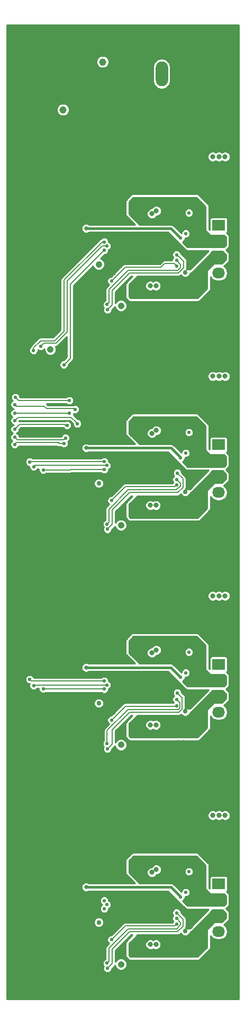
<source format=gbr>
G04 #@! TF.FileFunction,Copper,L4,Bot,Mixed*
%FSLAX46Y46*%
G04 Gerber Fmt 4.6, Leading zero omitted, Abs format (unit mm)*
G04 Created by KiCad (PCBNEW 4.0.1-stable) date 07-10-2017 22:38:10*
%MOMM*%
G01*
G04 APERTURE LIST*
%ADD10C,0.100000*%
%ADD11C,0.800000*%
%ADD12R,2.032000X1.727200*%
%ADD13O,2.032000X1.727200*%
%ADD14R,1.980000X3.960000*%
%ADD15O,1.980000X3.960000*%
%ADD16C,0.550000*%
%ADD17C,0.850000*%
%ADD18C,0.750000*%
%ADD19C,1.050000*%
%ADD20C,1.150000*%
%ADD21C,0.650000*%
%ADD22C,0.406400*%
%ADD23C,0.203200*%
%ADD24C,0.254000*%
G04 APERTURE END LIST*
D10*
D11*
X255524000Y-216748500D03*
X252247400Y-181748500D03*
X252247400Y-180848000D03*
X252247400Y-179984400D03*
X259715000Y-246097000D03*
X259715000Y-211097000D03*
X259715000Y-176097000D03*
X260604000Y-246097000D03*
X260604000Y-211097000D03*
X260604000Y-176097000D03*
X259715000Y-248129000D03*
X259715000Y-213129000D03*
X259715000Y-178129000D03*
X260604000Y-247113000D03*
X260604000Y-212113000D03*
X260604000Y-177113000D03*
X260604000Y-248129000D03*
X260604000Y-213129000D03*
X260604000Y-178129000D03*
X259715000Y-247113000D03*
X259715000Y-212113000D03*
X259715000Y-177113000D03*
X252247400Y-249970500D03*
X252247400Y-214970500D03*
X252247400Y-250859500D03*
X252247400Y-215859500D03*
X255524000Y-251748500D03*
X255524000Y-181748500D03*
X256222500Y-251304000D03*
X256222500Y-216304000D03*
X256222500Y-181304000D03*
X252247400Y-251748500D03*
X252247400Y-216748500D03*
X261003800Y-242655300D03*
X261003800Y-207655300D03*
X261003800Y-172655300D03*
X267239500Y-242668000D03*
X267239500Y-207668000D03*
X267239500Y-172668000D03*
X265239500Y-242668000D03*
X265239500Y-207668000D03*
X265239500Y-172668000D03*
X262003800Y-242655300D03*
X262003800Y-207655300D03*
X262003800Y-172655300D03*
X260003800Y-242655300D03*
X260003800Y-207655300D03*
X260003800Y-172655300D03*
X266239500Y-242668000D03*
X266239500Y-207668000D03*
X266239500Y-172668000D03*
X252968000Y-258368000D03*
X252968000Y-223368000D03*
X252968000Y-188368000D03*
X251968000Y-258368000D03*
X251968000Y-223368000D03*
X251968000Y-188368000D03*
X251968000Y-259368000D03*
X251968000Y-224368000D03*
X251968000Y-189368000D03*
X252968000Y-259368000D03*
X252968000Y-224368000D03*
X252968000Y-189368000D03*
X259715000Y-267102800D03*
X259715000Y-232102800D03*
X259715000Y-197102800D03*
X260604000Y-267102800D03*
X260604000Y-232102800D03*
X260604000Y-197102800D03*
X259715000Y-266086800D03*
X259715000Y-231086800D03*
X259715000Y-196086800D03*
X260604000Y-266086800D03*
X260604000Y-231086800D03*
X260604000Y-196086800D03*
X259715000Y-268118800D03*
X259715000Y-233118800D03*
X259715000Y-198118800D03*
X260604000Y-268118800D03*
X260604000Y-233118800D03*
X260604000Y-198118800D03*
X252247400Y-264004000D03*
X252247400Y-229004000D03*
X252247400Y-194004000D03*
X252247400Y-264893000D03*
X252247400Y-229893000D03*
X252247400Y-194893000D03*
X252247400Y-263115000D03*
X252247400Y-228115000D03*
X252247400Y-193115000D03*
X253968000Y-255368000D03*
X253968000Y-220368000D03*
X253968000Y-185368000D03*
X253968000Y-257368000D03*
X253968000Y-222368000D03*
X253968000Y-187368000D03*
X254968000Y-256368000D03*
X254968000Y-221368000D03*
X254968000Y-186368000D03*
X254968000Y-255368000D03*
X254968000Y-220368000D03*
X254968000Y-185368000D03*
X253968000Y-256368000D03*
X253968000Y-221368000D03*
X253968000Y-186368000D03*
X254968000Y-257368000D03*
X254968000Y-222368000D03*
X254968000Y-187368000D03*
X255968000Y-258368000D03*
X255968000Y-223368000D03*
X255968000Y-188368000D03*
X254968000Y-259368000D03*
X254968000Y-224368000D03*
X254968000Y-189368000D03*
X255968000Y-259368000D03*
X255968000Y-224368000D03*
X255968000Y-189368000D03*
X254968000Y-258368000D03*
X254968000Y-223368000D03*
X254968000Y-188368000D03*
X253968000Y-258368000D03*
X253968000Y-223368000D03*
X253968000Y-188368000D03*
X253968000Y-259368000D03*
X253968000Y-224368000D03*
X253968000Y-189368000D03*
X251968000Y-255368000D03*
X251968000Y-220368000D03*
X251968000Y-185368000D03*
X252968000Y-255368000D03*
X252968000Y-220368000D03*
X252968000Y-185368000D03*
X251968000Y-256368000D03*
X251968000Y-221368000D03*
X251968000Y-186368000D03*
X252968000Y-256368000D03*
X252968000Y-221368000D03*
X252968000Y-186368000D03*
X252968000Y-257368000D03*
X252968000Y-222368000D03*
X252968000Y-187368000D03*
X251968000Y-257368000D03*
X251968000Y-222368000D03*
X251968000Y-187368000D03*
X255968000Y-256368000D03*
X255968000Y-221368000D03*
X255968000Y-186368000D03*
X255968000Y-257368000D03*
X255968000Y-222368000D03*
X255968000Y-187368000D03*
X255968000Y-255368000D03*
X255968000Y-220368000D03*
X255968000Y-185368000D03*
X256159000Y-263242000D03*
X256159000Y-228242000D03*
X256159000Y-193242000D03*
X255270000Y-263242000D03*
X255270000Y-228242000D03*
X255270000Y-193242000D03*
D12*
X266192000Y-253590000D03*
D13*
X266192000Y-256130000D03*
X266192000Y-258670000D03*
X266192000Y-261210000D03*
D12*
X266192000Y-218590000D03*
D13*
X266192000Y-221130000D03*
X266192000Y-223670000D03*
X266192000Y-226210000D03*
D12*
X266192000Y-183590000D03*
D13*
X266192000Y-186130000D03*
X266192000Y-188670000D03*
X266192000Y-191210000D03*
D11*
X267239500Y-137668000D03*
X266239500Y-137668000D03*
X265239500Y-137668000D03*
X262003800Y-137655300D03*
X261003800Y-137655300D03*
X260003800Y-137655300D03*
X256222500Y-146304000D03*
X255524000Y-146748500D03*
X256159000Y-158242000D03*
X255270000Y-158242000D03*
X252247400Y-159004000D03*
X252247400Y-158115000D03*
X252247400Y-159893000D03*
X260604000Y-163118800D03*
X260604000Y-161086800D03*
X260604000Y-162102800D03*
X259715000Y-163118800D03*
X259715000Y-162102800D03*
X259715000Y-161086800D03*
X252247400Y-145859500D03*
X252247400Y-144970500D03*
X252247400Y-146748500D03*
X259715000Y-142113000D03*
X260604000Y-142113000D03*
X260604000Y-141097000D03*
X259715000Y-141097000D03*
X259715000Y-143129000D03*
X260604000Y-143129000D03*
X255968000Y-154368000D03*
X254968000Y-154368000D03*
X253968000Y-154368000D03*
X252968000Y-154368000D03*
X251968000Y-154368000D03*
X255968000Y-153368000D03*
X254968000Y-153368000D03*
X253968000Y-153368000D03*
X252968000Y-153368000D03*
X251968000Y-153368000D03*
X255968000Y-152368000D03*
X254968000Y-152368000D03*
X253968000Y-152368000D03*
X252968000Y-152368000D03*
X251968000Y-152368000D03*
X255968000Y-151368000D03*
X254968000Y-151368000D03*
X253968000Y-151368000D03*
X252968000Y-151368000D03*
X251968000Y-151368000D03*
X255968000Y-150368000D03*
X254968000Y-150368000D03*
X253968000Y-150368000D03*
X252968000Y-150368000D03*
X251968000Y-150368000D03*
D12*
X266192000Y-148590000D03*
D13*
X266192000Y-151130000D03*
X266192000Y-153670000D03*
X266192000Y-156210000D03*
D14*
X252095000Y-124460000D03*
D15*
X257095000Y-124460000D03*
D16*
X260921500Y-254923500D03*
X260921500Y-219923500D03*
X260921500Y-184923500D03*
X260921500Y-149923500D03*
D17*
X249301000Y-261210000D03*
X249301000Y-226210000D03*
X249301000Y-191210000D03*
D16*
X261429500Y-251621500D03*
X261429500Y-216621500D03*
X261429500Y-181621500D03*
D18*
X260858000Y-261083000D03*
X260858000Y-226083000D03*
X260858000Y-191083000D03*
D17*
X249301000Y-156210000D03*
D19*
X235331000Y-168402000D03*
D20*
X239350800Y-121158000D03*
D16*
X261429500Y-146621500D03*
D18*
X260858000Y-156083000D03*
D21*
X244983000Y-254098000D03*
X244983000Y-219098000D03*
X244983000Y-184098000D03*
D16*
X260124000Y-255650000D03*
X260124000Y-220650000D03*
X260124000Y-185650000D03*
D19*
X239268000Y-168402000D03*
D21*
X244983000Y-149098000D03*
D20*
X241300000Y-130175000D03*
D16*
X260124000Y-150650000D03*
X259461000Y-154178000D03*
X248348500Y-161226500D03*
D18*
X247015000Y-259715000D03*
X247015000Y-224790000D03*
X247015000Y-189738000D03*
D19*
X250571000Y-266417000D03*
X250571000Y-231417000D03*
X250571000Y-196417000D03*
X247015000Y-154813000D03*
X250571000Y-161417000D03*
D20*
X247650000Y-122555000D03*
D16*
X259461000Y-155067000D03*
X249047000Y-157480000D03*
X236579980Y-168529000D03*
X235966000Y-186309000D03*
X235966000Y-220980000D03*
X247904000Y-256257000D03*
X247904000Y-221257000D03*
X247904000Y-186257000D03*
X247904000Y-151257000D03*
X237744000Y-167894000D03*
X236601000Y-187071000D03*
X236601000Y-221996000D03*
X248285000Y-256892000D03*
X248285000Y-221892000D03*
X248285000Y-186892000D03*
X248285000Y-151892000D03*
X238125000Y-187579000D03*
X238125000Y-222504000D03*
X247904000Y-257527000D03*
X247904000Y-222527000D03*
X247904000Y-187527000D03*
X241427000Y-170815000D03*
X247904000Y-152527000D03*
X259461000Y-153289000D03*
X248412000Y-162052000D03*
X259461000Y-259969000D03*
X249047000Y-262480000D03*
X241427000Y-183388000D03*
X233553000Y-183515000D03*
X233553000Y-182372000D03*
X241681000Y-182499000D03*
X259461000Y-258191000D03*
X248412000Y-267052000D03*
X259461000Y-225171000D03*
X241935000Y-180467000D03*
X233553000Y-181102000D03*
X249047000Y-227480000D03*
X233553000Y-179705000D03*
X243586000Y-180213000D03*
X259588000Y-223139000D03*
X248412000Y-232052000D03*
X259461000Y-189992000D03*
X243205000Y-177927000D03*
X249047000Y-192480000D03*
X233553000Y-177165000D03*
X233680000Y-176022000D03*
X242316000Y-176530000D03*
X259588000Y-188087000D03*
X242316000Y-178562000D03*
X233553000Y-178562000D03*
X248412000Y-197052000D03*
X259461000Y-189103000D03*
X248348500Y-196226500D03*
X259461000Y-224155000D03*
X248348500Y-231226500D03*
X259461000Y-259080000D03*
X248348500Y-266226500D03*
D22*
X260124000Y-255650000D02*
X259849001Y-255375001D01*
X260124000Y-220650000D02*
X259849001Y-220375001D01*
X260124000Y-185650000D02*
X259849001Y-185375001D01*
X259849001Y-255375001D02*
X258572000Y-254098000D01*
X259849001Y-220375001D02*
X258572000Y-219098000D01*
X259849001Y-185375001D02*
X258572000Y-184098000D01*
X258572000Y-254098000D02*
X244983000Y-254098000D01*
X258572000Y-219098000D02*
X244983000Y-219098000D01*
X258572000Y-184098000D02*
X244983000Y-184098000D01*
X259849001Y-150375001D02*
X258572000Y-149098000D01*
X258572000Y-149098000D02*
X244983000Y-149098000D01*
X260124000Y-150650000D02*
X259849001Y-150375001D01*
D23*
X248348500Y-161226500D02*
X248623499Y-160951501D01*
X248623499Y-160951501D02*
X248623499Y-158856001D01*
X248623499Y-158856001D02*
X251714000Y-155765500D01*
X259651500Y-155765500D02*
X260096000Y-155321000D01*
X251714000Y-155765500D02*
X259651500Y-155765500D01*
X260096000Y-155321000D02*
X260096000Y-154813000D01*
X260096000Y-154813000D02*
X259461000Y-154178000D01*
X257556000Y-154686000D02*
X259080000Y-154686000D01*
X259080000Y-154686000D02*
X259461000Y-155067000D01*
X256984500Y-155257500D02*
X257556000Y-154686000D01*
X256967008Y-155257500D02*
X256984500Y-155257500D01*
X252349000Y-155257500D02*
X251269500Y-155257500D01*
X251269500Y-155257500D02*
X249047000Y-157480000D01*
X256967008Y-155257500D02*
X252349000Y-155257500D01*
X236579980Y-168140092D02*
X236579980Y-168529000D01*
X239903000Y-167005000D02*
X237715072Y-167005000D01*
X241427000Y-165481000D02*
X239903000Y-167005000D01*
X241427000Y-157345092D02*
X241427000Y-165481000D01*
X247515092Y-151257000D02*
X241427000Y-157345092D01*
X247904000Y-151257000D02*
X247515092Y-151257000D01*
X237715072Y-167005000D02*
X236579980Y-168140092D01*
X236272000Y-186257000D02*
X236018000Y-186257000D01*
X236018000Y-186257000D02*
X235966000Y-186309000D01*
X236243000Y-221257000D02*
X235966000Y-220980000D01*
X236855000Y-221257000D02*
X236324000Y-221257000D01*
X242974000Y-221257000D02*
X236855000Y-221257000D01*
X236855000Y-221257000D02*
X236243000Y-221257000D01*
X243153000Y-186257000D02*
X236272000Y-186257000D01*
X247515092Y-186257000D02*
X243153000Y-186257000D01*
X247904000Y-221257000D02*
X242974000Y-221257000D01*
X247904000Y-186257000D02*
X247515092Y-186257000D01*
X240157000Y-167386000D02*
X238506000Y-167386000D01*
X237744000Y-167894000D02*
X238252000Y-167386000D01*
X238252000Y-167386000D02*
X238506000Y-167386000D01*
X237363000Y-186892000D02*
X237184000Y-186892000D01*
X248285000Y-186892000D02*
X237363000Y-186892000D01*
X237363000Y-186892000D02*
X236780000Y-186892000D01*
X236780000Y-186892000D02*
X236601000Y-187071000D01*
X237467000Y-221892000D02*
X236705000Y-221892000D01*
X236705000Y-221892000D02*
X236601000Y-221996000D01*
X248285000Y-221892000D02*
X237467000Y-221892000D01*
X248285000Y-151892000D02*
X247523000Y-151892000D01*
X241935000Y-157480000D02*
X241935000Y-165608000D01*
X247523000Y-151892000D02*
X241935000Y-157480000D01*
X241935000Y-165608000D02*
X240157000Y-167386000D01*
X242518000Y-187527000D02*
X242466000Y-187579000D01*
X242466000Y-187579000D02*
X238125000Y-187579000D01*
X242466000Y-222527000D02*
X238148000Y-222527000D01*
X238148000Y-222527000D02*
X238125000Y-222504000D01*
X247904000Y-187527000D02*
X242518000Y-187527000D01*
X247904000Y-222527000D02*
X242466000Y-222527000D01*
X241427000Y-170815000D02*
X242443000Y-169799000D01*
X242443000Y-169799000D02*
X242443000Y-157988000D01*
X242443000Y-157988000D02*
X247904000Y-152527000D01*
X259461000Y-153289000D02*
X259735999Y-153563999D01*
X259735999Y-153563999D02*
X259862999Y-153563999D01*
X259862999Y-153563999D02*
X260604000Y-154305000D01*
X260604000Y-154305000D02*
X260604000Y-155321000D01*
X251968000Y-156210000D02*
X249174000Y-159004000D01*
X260604000Y-155321000D02*
X259715000Y-156210000D01*
X259715000Y-156210000D02*
X251968000Y-156210000D01*
X249174000Y-159004000D02*
X249174000Y-161290000D01*
X249174000Y-161290000D02*
X248412000Y-162052000D01*
X251269500Y-260257500D02*
X259172500Y-260257500D01*
X259172500Y-260257500D02*
X259461000Y-259969000D01*
X249047000Y-262480000D02*
X251269500Y-260257500D01*
X240517001Y-183240001D02*
X240665000Y-183388000D01*
X240665000Y-183388000D02*
X241427000Y-183388000D01*
X240517001Y-183240001D02*
X240538000Y-183261000D01*
X233553000Y-183515000D02*
X233827999Y-183240001D01*
X233827999Y-183240001D02*
X240517001Y-183240001D01*
X241681000Y-182499000D02*
X241406001Y-182773999D01*
X241406001Y-182773999D02*
X233954999Y-182773999D01*
X233954999Y-182773999D02*
X233827999Y-182646999D01*
X233827999Y-182646999D02*
X233553000Y-182372000D01*
X260477000Y-260350000D02*
X260477000Y-259207000D01*
X260477000Y-259207000D02*
X259461000Y-258191000D01*
X259617000Y-261210000D02*
X260477000Y-260350000D01*
X257556000Y-261210000D02*
X259617000Y-261210000D01*
X249174000Y-264004000D02*
X249174000Y-266290000D01*
X251968000Y-261210000D02*
X249174000Y-264004000D01*
X249174000Y-266290000D02*
X248412000Y-267052000D01*
X257556000Y-261210000D02*
X251968000Y-261210000D01*
X249047000Y-227480000D02*
X251269500Y-225257500D01*
X251269500Y-225257500D02*
X259374500Y-225257500D01*
X259374500Y-225257500D02*
X259461000Y-225171000D01*
X241554000Y-180340000D02*
X234315000Y-180340000D01*
X241681000Y-180467000D02*
X241554000Y-180340000D01*
X241935000Y-180467000D02*
X241681000Y-180467000D01*
X234315000Y-180340000D02*
X233553000Y-181102000D01*
X242570000Y-179197000D02*
X234061000Y-179197000D01*
X234061000Y-179197000D02*
X233553000Y-179705000D01*
X243311001Y-179938001D02*
X242570000Y-179197000D01*
X243586000Y-180213000D02*
X243311001Y-179938001D01*
X260350000Y-225679000D02*
X260350000Y-223901000D01*
X260350000Y-223901000D02*
X259588000Y-223139000D01*
X259819000Y-226210000D02*
X260350000Y-225679000D01*
X257556000Y-226210000D02*
X259819000Y-226210000D01*
X249174000Y-229004000D02*
X249174000Y-231290000D01*
X251968000Y-226210000D02*
X249174000Y-229004000D01*
X249174000Y-231290000D02*
X248412000Y-232052000D01*
X257556000Y-226210000D02*
X251968000Y-226210000D01*
X249047000Y-192480000D02*
X251269500Y-190257500D01*
X251269500Y-190257500D02*
X259195500Y-190257500D01*
X259195500Y-190257500D02*
X259461000Y-189992000D01*
X242316000Y-177800000D02*
X243078000Y-177800000D01*
X243078000Y-177800000D02*
X243205000Y-177927000D01*
X238272999Y-177439999D02*
X238633000Y-177800000D01*
X238633000Y-177800000D02*
X242316000Y-177800000D01*
X233553000Y-177165000D02*
X233827999Y-177439999D01*
X233827999Y-177439999D02*
X238272999Y-177439999D01*
X242316000Y-176530000D02*
X234188000Y-176530000D01*
X234188000Y-176530000D02*
X233680000Y-176022000D01*
X260477000Y-190373000D02*
X260477000Y-188976000D01*
X260477000Y-188976000D02*
X259588000Y-188087000D01*
X259640000Y-191210000D02*
X260477000Y-190373000D01*
X257556000Y-191210000D02*
X259640000Y-191210000D01*
X233553000Y-178562000D02*
X242316000Y-178562000D01*
X249174000Y-194004000D02*
X249174000Y-196290000D01*
X251968000Y-191210000D02*
X249174000Y-194004000D01*
X249174000Y-196290000D02*
X248412000Y-197052000D01*
X257556000Y-191210000D02*
X251968000Y-191210000D01*
X259461000Y-189103000D02*
X260096000Y-189738000D01*
X260096000Y-189738000D02*
X260096000Y-190119000D01*
X248623499Y-193856001D02*
X248623499Y-195951501D01*
X260096000Y-190119000D02*
X259449500Y-190765500D01*
X259449500Y-190765500D02*
X251714000Y-190765500D01*
X251714000Y-190765500D02*
X248623499Y-193856001D01*
X248623499Y-195951501D02*
X248348500Y-196226500D01*
X248348500Y-230837592D02*
X248348500Y-231226500D01*
X251714000Y-225765500D02*
X248348500Y-229131000D01*
X259994389Y-225526611D02*
X259755500Y-225765500D01*
X248348500Y-229131000D02*
X248348500Y-230837592D01*
X259994389Y-224688389D02*
X259994389Y-225526611D01*
X259755500Y-225765500D02*
X251714000Y-225765500D01*
X259461000Y-224155000D02*
X259994389Y-224688389D01*
X259461000Y-259080000D02*
X260096000Y-259715000D01*
X260096000Y-259715000D02*
X260096000Y-260130500D01*
X260096000Y-260130500D02*
X259461000Y-260765500D01*
X259461000Y-260765500D02*
X251714000Y-260765500D01*
X251714000Y-260765500D02*
X248623499Y-263856001D01*
X248623499Y-263856001D02*
X248623499Y-265951501D01*
X248623499Y-265951501D02*
X248348500Y-266226500D01*
D24*
G36*
X267335000Y-153278106D02*
X267335000Y-154061894D01*
X266710894Y-154686000D01*
X265493500Y-154686000D01*
X265444090Y-154696006D01*
X265403697Y-154723197D01*
X264387697Y-155739197D01*
X264359834Y-155781211D01*
X264350500Y-155829000D01*
X264350500Y-158697394D01*
X262837394Y-160210500D01*
X252084106Y-160210500D01*
X251841000Y-159967394D01*
X251841000Y-158405779D01*
X254442857Y-158405779D01*
X254568495Y-158709846D01*
X254800930Y-158942688D01*
X255104778Y-159068856D01*
X255433779Y-159069143D01*
X255714815Y-158953021D01*
X255993778Y-159068856D01*
X256322779Y-159069143D01*
X256626846Y-158943505D01*
X256859688Y-158711070D01*
X256985856Y-158407222D01*
X256986143Y-158078221D01*
X256860505Y-157774154D01*
X256628070Y-157541312D01*
X256324222Y-157415144D01*
X255995221Y-157414857D01*
X255714185Y-157530979D01*
X255435222Y-157415144D01*
X255106221Y-157414857D01*
X254802154Y-157540495D01*
X254569312Y-157772930D01*
X254443144Y-158076778D01*
X254442857Y-158405779D01*
X251841000Y-158405779D01*
X251841000Y-158104106D01*
X253206506Y-156738600D01*
X259714995Y-156738600D01*
X259715000Y-156738601D01*
X259917287Y-156698363D01*
X260088777Y-156583777D01*
X260165465Y-156507089D01*
X260177701Y-156536703D01*
X260403110Y-156762506D01*
X260697772Y-156884860D01*
X261016828Y-156885139D01*
X261311703Y-156763299D01*
X261537506Y-156537890D01*
X261659860Y-156243228D01*
X261659889Y-156210000D01*
X261747000Y-156210000D01*
X261796410Y-156199994D01*
X261836803Y-156172803D01*
X265292106Y-152717500D01*
X266774394Y-152717500D01*
X267335000Y-153278106D01*
X267335000Y-153278106D01*
G37*
X267335000Y-153278106D02*
X267335000Y-154061894D01*
X266710894Y-154686000D01*
X265493500Y-154686000D01*
X265444090Y-154696006D01*
X265403697Y-154723197D01*
X264387697Y-155739197D01*
X264359834Y-155781211D01*
X264350500Y-155829000D01*
X264350500Y-158697394D01*
X262837394Y-160210500D01*
X252084106Y-160210500D01*
X251841000Y-159967394D01*
X251841000Y-158405779D01*
X254442857Y-158405779D01*
X254568495Y-158709846D01*
X254800930Y-158942688D01*
X255104778Y-159068856D01*
X255433779Y-159069143D01*
X255714815Y-158953021D01*
X255993778Y-159068856D01*
X256322779Y-159069143D01*
X256626846Y-158943505D01*
X256859688Y-158711070D01*
X256985856Y-158407222D01*
X256986143Y-158078221D01*
X256860505Y-157774154D01*
X256628070Y-157541312D01*
X256324222Y-157415144D01*
X255995221Y-157414857D01*
X255714185Y-157530979D01*
X255435222Y-157415144D01*
X255106221Y-157414857D01*
X254802154Y-157540495D01*
X254569312Y-157772930D01*
X254443144Y-158076778D01*
X254442857Y-158405779D01*
X251841000Y-158405779D01*
X251841000Y-158104106D01*
X253206506Y-156738600D01*
X259714995Y-156738600D01*
X259715000Y-156738601D01*
X259917287Y-156698363D01*
X260088777Y-156583777D01*
X260165465Y-156507089D01*
X260177701Y-156536703D01*
X260403110Y-156762506D01*
X260697772Y-156884860D01*
X261016828Y-156885139D01*
X261311703Y-156763299D01*
X261537506Y-156537890D01*
X261659860Y-156243228D01*
X261659889Y-156210000D01*
X261747000Y-156210000D01*
X261796410Y-156199994D01*
X261836803Y-156172803D01*
X265292106Y-152717500D01*
X266774394Y-152717500D01*
X267335000Y-153278106D01*
G36*
X264096500Y-145594606D02*
X264096500Y-149415500D01*
X264106506Y-149464910D01*
X264133697Y-149505303D01*
X264768697Y-150140303D01*
X264810711Y-150168166D01*
X264858500Y-150177500D01*
X267028394Y-150177500D01*
X267335000Y-150484106D01*
X267335000Y-151775894D01*
X267028394Y-152082500D01*
X261228106Y-152082500D01*
X260429105Y-151283499D01*
X260521132Y-151245474D01*
X260718780Y-151048170D01*
X260825878Y-150790249D01*
X260826022Y-150625417D01*
X261060524Y-150625622D01*
X261318632Y-150518974D01*
X261516280Y-150321670D01*
X261623378Y-150063749D01*
X261623622Y-149784476D01*
X261516974Y-149526368D01*
X261319670Y-149328720D01*
X261061749Y-149221622D01*
X260782476Y-149221378D01*
X260524368Y-149328026D01*
X260326720Y-149525330D01*
X260219622Y-149783251D01*
X260219560Y-149854322D01*
X259017619Y-148652381D01*
X258813167Y-148515771D01*
X258572000Y-148467800D01*
X253549406Y-148467800D01*
X251993885Y-146912279D01*
X254696857Y-146912279D01*
X254822495Y-147216346D01*
X255054930Y-147449188D01*
X255358778Y-147575356D01*
X255687779Y-147575643D01*
X255991846Y-147450005D01*
X256224688Y-147217570D01*
X256260621Y-147131033D01*
X256386279Y-147131143D01*
X256690346Y-147005505D01*
X256923188Y-146773070D01*
X256928397Y-146760524D01*
X260727378Y-146760524D01*
X260834026Y-147018632D01*
X261031330Y-147216280D01*
X261289251Y-147323378D01*
X261568524Y-147323622D01*
X261826632Y-147216974D01*
X262024280Y-147019670D01*
X262131378Y-146761749D01*
X262131622Y-146482476D01*
X262024974Y-146224368D01*
X261827670Y-146026720D01*
X261569749Y-145919622D01*
X261290476Y-145919378D01*
X261032368Y-146026026D01*
X260834720Y-146223330D01*
X260727622Y-146481251D01*
X260727378Y-146760524D01*
X256928397Y-146760524D01*
X257049356Y-146469222D01*
X257049643Y-146140221D01*
X256924005Y-145836154D01*
X256691570Y-145603312D01*
X256387722Y-145477144D01*
X256058721Y-145476857D01*
X255754654Y-145602495D01*
X255521812Y-145834930D01*
X255485879Y-145921467D01*
X255360221Y-145921357D01*
X255056154Y-146046995D01*
X254823312Y-146279430D01*
X254697144Y-146583278D01*
X254696857Y-146912279D01*
X251993885Y-146912279D01*
X251841000Y-146759394D01*
X251841000Y-144896106D01*
X252592106Y-144145000D01*
X262646894Y-144145000D01*
X264096500Y-145594606D01*
X264096500Y-145594606D01*
G37*
X264096500Y-145594606D02*
X264096500Y-149415500D01*
X264106506Y-149464910D01*
X264133697Y-149505303D01*
X264768697Y-150140303D01*
X264810711Y-150168166D01*
X264858500Y-150177500D01*
X267028394Y-150177500D01*
X267335000Y-150484106D01*
X267335000Y-151775894D01*
X267028394Y-152082500D01*
X261228106Y-152082500D01*
X260429105Y-151283499D01*
X260521132Y-151245474D01*
X260718780Y-151048170D01*
X260825878Y-150790249D01*
X260826022Y-150625417D01*
X261060524Y-150625622D01*
X261318632Y-150518974D01*
X261516280Y-150321670D01*
X261623378Y-150063749D01*
X261623622Y-149784476D01*
X261516974Y-149526368D01*
X261319670Y-149328720D01*
X261061749Y-149221622D01*
X260782476Y-149221378D01*
X260524368Y-149328026D01*
X260326720Y-149525330D01*
X260219622Y-149783251D01*
X260219560Y-149854322D01*
X259017619Y-148652381D01*
X258813167Y-148515771D01*
X258572000Y-148467800D01*
X253549406Y-148467800D01*
X251993885Y-146912279D01*
X254696857Y-146912279D01*
X254822495Y-147216346D01*
X255054930Y-147449188D01*
X255358778Y-147575356D01*
X255687779Y-147575643D01*
X255991846Y-147450005D01*
X256224688Y-147217570D01*
X256260621Y-147131033D01*
X256386279Y-147131143D01*
X256690346Y-147005505D01*
X256923188Y-146773070D01*
X256928397Y-146760524D01*
X260727378Y-146760524D01*
X260834026Y-147018632D01*
X261031330Y-147216280D01*
X261289251Y-147323378D01*
X261568524Y-147323622D01*
X261826632Y-147216974D01*
X262024280Y-147019670D01*
X262131378Y-146761749D01*
X262131622Y-146482476D01*
X262024974Y-146224368D01*
X261827670Y-146026720D01*
X261569749Y-145919622D01*
X261290476Y-145919378D01*
X261032368Y-146026026D01*
X260834720Y-146223330D01*
X260727622Y-146481251D01*
X260727378Y-146760524D01*
X256928397Y-146760524D01*
X257049356Y-146469222D01*
X257049643Y-146140221D01*
X256924005Y-145836154D01*
X256691570Y-145603312D01*
X256387722Y-145477144D01*
X256058721Y-145476857D01*
X255754654Y-145602495D01*
X255521812Y-145834930D01*
X255485879Y-145921467D01*
X255360221Y-145921357D01*
X255056154Y-146046995D01*
X254823312Y-146279430D01*
X254697144Y-146583278D01*
X254696857Y-146912279D01*
X251993885Y-146912279D01*
X251841000Y-146759394D01*
X251841000Y-144896106D01*
X252592106Y-144145000D01*
X262646894Y-144145000D01*
X264096500Y-145594606D01*
G36*
X264096500Y-180594606D02*
X264096500Y-184415500D01*
X264106506Y-184464910D01*
X264133697Y-184505303D01*
X264768697Y-185140303D01*
X264810711Y-185168166D01*
X264858500Y-185177500D01*
X267028394Y-185177500D01*
X267335000Y-185484106D01*
X267335000Y-186775894D01*
X267028394Y-187082500D01*
X261228106Y-187082500D01*
X260429105Y-186283499D01*
X260521132Y-186245474D01*
X260718780Y-186048170D01*
X260825878Y-185790249D01*
X260826022Y-185625417D01*
X261060524Y-185625622D01*
X261318632Y-185518974D01*
X261516280Y-185321670D01*
X261623378Y-185063749D01*
X261623622Y-184784476D01*
X261516974Y-184526368D01*
X261319670Y-184328720D01*
X261061749Y-184221622D01*
X260782476Y-184221378D01*
X260524368Y-184328026D01*
X260326720Y-184525330D01*
X260219622Y-184783251D01*
X260219560Y-184854322D01*
X259017619Y-183652381D01*
X258813167Y-183515771D01*
X258572000Y-183467800D01*
X253549406Y-183467800D01*
X251993885Y-181912279D01*
X254696857Y-181912279D01*
X254822495Y-182216346D01*
X255054930Y-182449188D01*
X255358778Y-182575356D01*
X255687779Y-182575643D01*
X255991846Y-182450005D01*
X256224688Y-182217570D01*
X256260621Y-182131033D01*
X256386279Y-182131143D01*
X256690346Y-182005505D01*
X256923188Y-181773070D01*
X256928397Y-181760524D01*
X260727378Y-181760524D01*
X260834026Y-182018632D01*
X261031330Y-182216280D01*
X261289251Y-182323378D01*
X261568524Y-182323622D01*
X261826632Y-182216974D01*
X262024280Y-182019670D01*
X262131378Y-181761749D01*
X262131622Y-181482476D01*
X262024974Y-181224368D01*
X261827670Y-181026720D01*
X261569749Y-180919622D01*
X261290476Y-180919378D01*
X261032368Y-181026026D01*
X260834720Y-181223330D01*
X260727622Y-181481251D01*
X260727378Y-181760524D01*
X256928397Y-181760524D01*
X257049356Y-181469222D01*
X257049643Y-181140221D01*
X256924005Y-180836154D01*
X256691570Y-180603312D01*
X256387722Y-180477144D01*
X256058721Y-180476857D01*
X255754654Y-180602495D01*
X255521812Y-180834930D01*
X255485879Y-180921467D01*
X255360221Y-180921357D01*
X255056154Y-181046995D01*
X254823312Y-181279430D01*
X254697144Y-181583278D01*
X254696857Y-181912279D01*
X251993885Y-181912279D01*
X251841000Y-181759394D01*
X251841000Y-179896106D01*
X252592106Y-179145000D01*
X262646894Y-179145000D01*
X264096500Y-180594606D01*
X264096500Y-180594606D01*
G37*
X264096500Y-180594606D02*
X264096500Y-184415500D01*
X264106506Y-184464910D01*
X264133697Y-184505303D01*
X264768697Y-185140303D01*
X264810711Y-185168166D01*
X264858500Y-185177500D01*
X267028394Y-185177500D01*
X267335000Y-185484106D01*
X267335000Y-186775894D01*
X267028394Y-187082500D01*
X261228106Y-187082500D01*
X260429105Y-186283499D01*
X260521132Y-186245474D01*
X260718780Y-186048170D01*
X260825878Y-185790249D01*
X260826022Y-185625417D01*
X261060524Y-185625622D01*
X261318632Y-185518974D01*
X261516280Y-185321670D01*
X261623378Y-185063749D01*
X261623622Y-184784476D01*
X261516974Y-184526368D01*
X261319670Y-184328720D01*
X261061749Y-184221622D01*
X260782476Y-184221378D01*
X260524368Y-184328026D01*
X260326720Y-184525330D01*
X260219622Y-184783251D01*
X260219560Y-184854322D01*
X259017619Y-183652381D01*
X258813167Y-183515771D01*
X258572000Y-183467800D01*
X253549406Y-183467800D01*
X251993885Y-181912279D01*
X254696857Y-181912279D01*
X254822495Y-182216346D01*
X255054930Y-182449188D01*
X255358778Y-182575356D01*
X255687779Y-182575643D01*
X255991846Y-182450005D01*
X256224688Y-182217570D01*
X256260621Y-182131033D01*
X256386279Y-182131143D01*
X256690346Y-182005505D01*
X256923188Y-181773070D01*
X256928397Y-181760524D01*
X260727378Y-181760524D01*
X260834026Y-182018632D01*
X261031330Y-182216280D01*
X261289251Y-182323378D01*
X261568524Y-182323622D01*
X261826632Y-182216974D01*
X262024280Y-182019670D01*
X262131378Y-181761749D01*
X262131622Y-181482476D01*
X262024974Y-181224368D01*
X261827670Y-181026720D01*
X261569749Y-180919622D01*
X261290476Y-180919378D01*
X261032368Y-181026026D01*
X260834720Y-181223330D01*
X260727622Y-181481251D01*
X260727378Y-181760524D01*
X256928397Y-181760524D01*
X257049356Y-181469222D01*
X257049643Y-181140221D01*
X256924005Y-180836154D01*
X256691570Y-180603312D01*
X256387722Y-180477144D01*
X256058721Y-180476857D01*
X255754654Y-180602495D01*
X255521812Y-180834930D01*
X255485879Y-180921467D01*
X255360221Y-180921357D01*
X255056154Y-181046995D01*
X254823312Y-181279430D01*
X254697144Y-181583278D01*
X254696857Y-181912279D01*
X251993885Y-181912279D01*
X251841000Y-181759394D01*
X251841000Y-179896106D01*
X252592106Y-179145000D01*
X262646894Y-179145000D01*
X264096500Y-180594606D01*
G36*
X264096500Y-215594606D02*
X264096500Y-219415500D01*
X264106506Y-219464910D01*
X264133697Y-219505303D01*
X264768697Y-220140303D01*
X264810711Y-220168166D01*
X264858500Y-220177500D01*
X267028394Y-220177500D01*
X267335000Y-220484106D01*
X267335000Y-221775894D01*
X267028394Y-222082500D01*
X261228106Y-222082500D01*
X260429105Y-221283499D01*
X260521132Y-221245474D01*
X260718780Y-221048170D01*
X260825878Y-220790249D01*
X260826022Y-220625417D01*
X261060524Y-220625622D01*
X261318632Y-220518974D01*
X261516280Y-220321670D01*
X261623378Y-220063749D01*
X261623622Y-219784476D01*
X261516974Y-219526368D01*
X261319670Y-219328720D01*
X261061749Y-219221622D01*
X260782476Y-219221378D01*
X260524368Y-219328026D01*
X260326720Y-219525330D01*
X260219622Y-219783251D01*
X260219560Y-219854322D01*
X259017619Y-218652381D01*
X258813167Y-218515771D01*
X258572000Y-218467800D01*
X253549406Y-218467800D01*
X251993885Y-216912279D01*
X254696857Y-216912279D01*
X254822495Y-217216346D01*
X255054930Y-217449188D01*
X255358778Y-217575356D01*
X255687779Y-217575643D01*
X255991846Y-217450005D01*
X256224688Y-217217570D01*
X256260621Y-217131033D01*
X256386279Y-217131143D01*
X256690346Y-217005505D01*
X256923188Y-216773070D01*
X256928397Y-216760524D01*
X260727378Y-216760524D01*
X260834026Y-217018632D01*
X261031330Y-217216280D01*
X261289251Y-217323378D01*
X261568524Y-217323622D01*
X261826632Y-217216974D01*
X262024280Y-217019670D01*
X262131378Y-216761749D01*
X262131622Y-216482476D01*
X262024974Y-216224368D01*
X261827670Y-216026720D01*
X261569749Y-215919622D01*
X261290476Y-215919378D01*
X261032368Y-216026026D01*
X260834720Y-216223330D01*
X260727622Y-216481251D01*
X260727378Y-216760524D01*
X256928397Y-216760524D01*
X257049356Y-216469222D01*
X257049643Y-216140221D01*
X256924005Y-215836154D01*
X256691570Y-215603312D01*
X256387722Y-215477144D01*
X256058721Y-215476857D01*
X255754654Y-215602495D01*
X255521812Y-215834930D01*
X255485879Y-215921467D01*
X255360221Y-215921357D01*
X255056154Y-216046995D01*
X254823312Y-216279430D01*
X254697144Y-216583278D01*
X254696857Y-216912279D01*
X251993885Y-216912279D01*
X251841000Y-216759394D01*
X251841000Y-214896106D01*
X252592106Y-214145000D01*
X262646894Y-214145000D01*
X264096500Y-215594606D01*
X264096500Y-215594606D01*
G37*
X264096500Y-215594606D02*
X264096500Y-219415500D01*
X264106506Y-219464910D01*
X264133697Y-219505303D01*
X264768697Y-220140303D01*
X264810711Y-220168166D01*
X264858500Y-220177500D01*
X267028394Y-220177500D01*
X267335000Y-220484106D01*
X267335000Y-221775894D01*
X267028394Y-222082500D01*
X261228106Y-222082500D01*
X260429105Y-221283499D01*
X260521132Y-221245474D01*
X260718780Y-221048170D01*
X260825878Y-220790249D01*
X260826022Y-220625417D01*
X261060524Y-220625622D01*
X261318632Y-220518974D01*
X261516280Y-220321670D01*
X261623378Y-220063749D01*
X261623622Y-219784476D01*
X261516974Y-219526368D01*
X261319670Y-219328720D01*
X261061749Y-219221622D01*
X260782476Y-219221378D01*
X260524368Y-219328026D01*
X260326720Y-219525330D01*
X260219622Y-219783251D01*
X260219560Y-219854322D01*
X259017619Y-218652381D01*
X258813167Y-218515771D01*
X258572000Y-218467800D01*
X253549406Y-218467800D01*
X251993885Y-216912279D01*
X254696857Y-216912279D01*
X254822495Y-217216346D01*
X255054930Y-217449188D01*
X255358778Y-217575356D01*
X255687779Y-217575643D01*
X255991846Y-217450005D01*
X256224688Y-217217570D01*
X256260621Y-217131033D01*
X256386279Y-217131143D01*
X256690346Y-217005505D01*
X256923188Y-216773070D01*
X256928397Y-216760524D01*
X260727378Y-216760524D01*
X260834026Y-217018632D01*
X261031330Y-217216280D01*
X261289251Y-217323378D01*
X261568524Y-217323622D01*
X261826632Y-217216974D01*
X262024280Y-217019670D01*
X262131378Y-216761749D01*
X262131622Y-216482476D01*
X262024974Y-216224368D01*
X261827670Y-216026720D01*
X261569749Y-215919622D01*
X261290476Y-215919378D01*
X261032368Y-216026026D01*
X260834720Y-216223330D01*
X260727622Y-216481251D01*
X260727378Y-216760524D01*
X256928397Y-216760524D01*
X257049356Y-216469222D01*
X257049643Y-216140221D01*
X256924005Y-215836154D01*
X256691570Y-215603312D01*
X256387722Y-215477144D01*
X256058721Y-215476857D01*
X255754654Y-215602495D01*
X255521812Y-215834930D01*
X255485879Y-215921467D01*
X255360221Y-215921357D01*
X255056154Y-216046995D01*
X254823312Y-216279430D01*
X254697144Y-216583278D01*
X254696857Y-216912279D01*
X251993885Y-216912279D01*
X251841000Y-216759394D01*
X251841000Y-214896106D01*
X252592106Y-214145000D01*
X262646894Y-214145000D01*
X264096500Y-215594606D01*
G36*
X264096500Y-250594606D02*
X264096500Y-254415500D01*
X264106506Y-254464910D01*
X264133697Y-254505303D01*
X264768697Y-255140303D01*
X264810711Y-255168166D01*
X264858500Y-255177500D01*
X267028394Y-255177500D01*
X267335000Y-255484106D01*
X267335000Y-256775894D01*
X267028394Y-257082500D01*
X261228106Y-257082500D01*
X260429105Y-256283499D01*
X260521132Y-256245474D01*
X260718780Y-256048170D01*
X260825878Y-255790249D01*
X260826022Y-255625417D01*
X261060524Y-255625622D01*
X261318632Y-255518974D01*
X261516280Y-255321670D01*
X261623378Y-255063749D01*
X261623622Y-254784476D01*
X261516974Y-254526368D01*
X261319670Y-254328720D01*
X261061749Y-254221622D01*
X260782476Y-254221378D01*
X260524368Y-254328026D01*
X260326720Y-254525330D01*
X260219622Y-254783251D01*
X260219560Y-254854322D01*
X259017619Y-253652381D01*
X258813167Y-253515771D01*
X258572000Y-253467800D01*
X253549406Y-253467800D01*
X251993885Y-251912279D01*
X254696857Y-251912279D01*
X254822495Y-252216346D01*
X255054930Y-252449188D01*
X255358778Y-252575356D01*
X255687779Y-252575643D01*
X255991846Y-252450005D01*
X256224688Y-252217570D01*
X256260621Y-252131033D01*
X256386279Y-252131143D01*
X256690346Y-252005505D01*
X256923188Y-251773070D01*
X256928397Y-251760524D01*
X260727378Y-251760524D01*
X260834026Y-252018632D01*
X261031330Y-252216280D01*
X261289251Y-252323378D01*
X261568524Y-252323622D01*
X261826632Y-252216974D01*
X262024280Y-252019670D01*
X262131378Y-251761749D01*
X262131622Y-251482476D01*
X262024974Y-251224368D01*
X261827670Y-251026720D01*
X261569749Y-250919622D01*
X261290476Y-250919378D01*
X261032368Y-251026026D01*
X260834720Y-251223330D01*
X260727622Y-251481251D01*
X260727378Y-251760524D01*
X256928397Y-251760524D01*
X257049356Y-251469222D01*
X257049643Y-251140221D01*
X256924005Y-250836154D01*
X256691570Y-250603312D01*
X256387722Y-250477144D01*
X256058721Y-250476857D01*
X255754654Y-250602495D01*
X255521812Y-250834930D01*
X255485879Y-250921467D01*
X255360221Y-250921357D01*
X255056154Y-251046995D01*
X254823312Y-251279430D01*
X254697144Y-251583278D01*
X254696857Y-251912279D01*
X251993885Y-251912279D01*
X251841000Y-251759394D01*
X251841000Y-249896106D01*
X252592106Y-249145000D01*
X262646894Y-249145000D01*
X264096500Y-250594606D01*
X264096500Y-250594606D01*
G37*
X264096500Y-250594606D02*
X264096500Y-254415500D01*
X264106506Y-254464910D01*
X264133697Y-254505303D01*
X264768697Y-255140303D01*
X264810711Y-255168166D01*
X264858500Y-255177500D01*
X267028394Y-255177500D01*
X267335000Y-255484106D01*
X267335000Y-256775894D01*
X267028394Y-257082500D01*
X261228106Y-257082500D01*
X260429105Y-256283499D01*
X260521132Y-256245474D01*
X260718780Y-256048170D01*
X260825878Y-255790249D01*
X260826022Y-255625417D01*
X261060524Y-255625622D01*
X261318632Y-255518974D01*
X261516280Y-255321670D01*
X261623378Y-255063749D01*
X261623622Y-254784476D01*
X261516974Y-254526368D01*
X261319670Y-254328720D01*
X261061749Y-254221622D01*
X260782476Y-254221378D01*
X260524368Y-254328026D01*
X260326720Y-254525330D01*
X260219622Y-254783251D01*
X260219560Y-254854322D01*
X259017619Y-253652381D01*
X258813167Y-253515771D01*
X258572000Y-253467800D01*
X253549406Y-253467800D01*
X251993885Y-251912279D01*
X254696857Y-251912279D01*
X254822495Y-252216346D01*
X255054930Y-252449188D01*
X255358778Y-252575356D01*
X255687779Y-252575643D01*
X255991846Y-252450005D01*
X256224688Y-252217570D01*
X256260621Y-252131033D01*
X256386279Y-252131143D01*
X256690346Y-252005505D01*
X256923188Y-251773070D01*
X256928397Y-251760524D01*
X260727378Y-251760524D01*
X260834026Y-252018632D01*
X261031330Y-252216280D01*
X261289251Y-252323378D01*
X261568524Y-252323622D01*
X261826632Y-252216974D01*
X262024280Y-252019670D01*
X262131378Y-251761749D01*
X262131622Y-251482476D01*
X262024974Y-251224368D01*
X261827670Y-251026720D01*
X261569749Y-250919622D01*
X261290476Y-250919378D01*
X261032368Y-251026026D01*
X260834720Y-251223330D01*
X260727622Y-251481251D01*
X260727378Y-251760524D01*
X256928397Y-251760524D01*
X257049356Y-251469222D01*
X257049643Y-251140221D01*
X256924005Y-250836154D01*
X256691570Y-250603312D01*
X256387722Y-250477144D01*
X256058721Y-250476857D01*
X255754654Y-250602495D01*
X255521812Y-250834930D01*
X255485879Y-250921467D01*
X255360221Y-250921357D01*
X255056154Y-251046995D01*
X254823312Y-251279430D01*
X254697144Y-251583278D01*
X254696857Y-251912279D01*
X251993885Y-251912279D01*
X251841000Y-251759394D01*
X251841000Y-249896106D01*
X252592106Y-249145000D01*
X262646894Y-249145000D01*
X264096500Y-250594606D01*
G36*
X267335000Y-188278106D02*
X267335000Y-189061894D01*
X266710894Y-189686000D01*
X265493500Y-189686000D01*
X265444090Y-189696006D01*
X265403697Y-189723197D01*
X264387697Y-190739197D01*
X264359834Y-190781211D01*
X264350500Y-190829000D01*
X264350500Y-193697394D01*
X262837394Y-195210500D01*
X252084106Y-195210500D01*
X251841000Y-194967394D01*
X251841000Y-193405779D01*
X254442857Y-193405779D01*
X254568495Y-193709846D01*
X254800930Y-193942688D01*
X255104778Y-194068856D01*
X255433779Y-194069143D01*
X255714815Y-193953021D01*
X255993778Y-194068856D01*
X256322779Y-194069143D01*
X256626846Y-193943505D01*
X256859688Y-193711070D01*
X256985856Y-193407222D01*
X256986143Y-193078221D01*
X256860505Y-192774154D01*
X256628070Y-192541312D01*
X256324222Y-192415144D01*
X255995221Y-192414857D01*
X255714185Y-192530979D01*
X255435222Y-192415144D01*
X255106221Y-192414857D01*
X254802154Y-192540495D01*
X254569312Y-192772930D01*
X254443144Y-193076778D01*
X254442857Y-193405779D01*
X251841000Y-193405779D01*
X251841000Y-193104106D01*
X253206506Y-191738600D01*
X259639995Y-191738600D01*
X259640000Y-191738601D01*
X259842287Y-191698363D01*
X260013777Y-191583777D01*
X260143536Y-191454018D01*
X260177701Y-191536703D01*
X260403110Y-191762506D01*
X260697772Y-191884860D01*
X261016828Y-191885139D01*
X261311703Y-191763299D01*
X261537506Y-191537890D01*
X261659860Y-191243228D01*
X261659889Y-191210000D01*
X261747000Y-191210000D01*
X261796410Y-191199994D01*
X261836803Y-191172803D01*
X265292106Y-187717500D01*
X266774394Y-187717500D01*
X267335000Y-188278106D01*
X267335000Y-188278106D01*
G37*
X267335000Y-188278106D02*
X267335000Y-189061894D01*
X266710894Y-189686000D01*
X265493500Y-189686000D01*
X265444090Y-189696006D01*
X265403697Y-189723197D01*
X264387697Y-190739197D01*
X264359834Y-190781211D01*
X264350500Y-190829000D01*
X264350500Y-193697394D01*
X262837394Y-195210500D01*
X252084106Y-195210500D01*
X251841000Y-194967394D01*
X251841000Y-193405779D01*
X254442857Y-193405779D01*
X254568495Y-193709846D01*
X254800930Y-193942688D01*
X255104778Y-194068856D01*
X255433779Y-194069143D01*
X255714815Y-193953021D01*
X255993778Y-194068856D01*
X256322779Y-194069143D01*
X256626846Y-193943505D01*
X256859688Y-193711070D01*
X256985856Y-193407222D01*
X256986143Y-193078221D01*
X256860505Y-192774154D01*
X256628070Y-192541312D01*
X256324222Y-192415144D01*
X255995221Y-192414857D01*
X255714185Y-192530979D01*
X255435222Y-192415144D01*
X255106221Y-192414857D01*
X254802154Y-192540495D01*
X254569312Y-192772930D01*
X254443144Y-193076778D01*
X254442857Y-193405779D01*
X251841000Y-193405779D01*
X251841000Y-193104106D01*
X253206506Y-191738600D01*
X259639995Y-191738600D01*
X259640000Y-191738601D01*
X259842287Y-191698363D01*
X260013777Y-191583777D01*
X260143536Y-191454018D01*
X260177701Y-191536703D01*
X260403110Y-191762506D01*
X260697772Y-191884860D01*
X261016828Y-191885139D01*
X261311703Y-191763299D01*
X261537506Y-191537890D01*
X261659860Y-191243228D01*
X261659889Y-191210000D01*
X261747000Y-191210000D01*
X261796410Y-191199994D01*
X261836803Y-191172803D01*
X265292106Y-187717500D01*
X266774394Y-187717500D01*
X267335000Y-188278106D01*
G36*
X267335000Y-223278106D02*
X267335000Y-224061894D01*
X266710894Y-224686000D01*
X265493500Y-224686000D01*
X265444090Y-224696006D01*
X265403697Y-224723197D01*
X264387697Y-225739197D01*
X264359834Y-225781211D01*
X264350500Y-225829000D01*
X264350500Y-228697394D01*
X262837394Y-230210500D01*
X252084106Y-230210500D01*
X251841000Y-229967394D01*
X251841000Y-228405779D01*
X254442857Y-228405779D01*
X254568495Y-228709846D01*
X254800930Y-228942688D01*
X255104778Y-229068856D01*
X255433779Y-229069143D01*
X255714815Y-228953021D01*
X255993778Y-229068856D01*
X256322779Y-229069143D01*
X256626846Y-228943505D01*
X256859688Y-228711070D01*
X256985856Y-228407222D01*
X256986143Y-228078221D01*
X256860505Y-227774154D01*
X256628070Y-227541312D01*
X256324222Y-227415144D01*
X255995221Y-227414857D01*
X255714185Y-227530979D01*
X255435222Y-227415144D01*
X255106221Y-227414857D01*
X254802154Y-227540495D01*
X254569312Y-227772930D01*
X254443144Y-228076778D01*
X254442857Y-228405779D01*
X251841000Y-228405779D01*
X251841000Y-228104106D01*
X253206506Y-226738600D01*
X259818995Y-226738600D01*
X259819000Y-226738601D01*
X260021287Y-226698363D01*
X260192777Y-226583777D01*
X260208749Y-226567805D01*
X260403110Y-226762506D01*
X260697772Y-226884860D01*
X261016828Y-226885139D01*
X261311703Y-226763299D01*
X261537506Y-226537890D01*
X261659860Y-226243228D01*
X261659889Y-226210000D01*
X261747000Y-226210000D01*
X261796410Y-226199994D01*
X261836803Y-226172803D01*
X265292106Y-222717500D01*
X266774394Y-222717500D01*
X267335000Y-223278106D01*
X267335000Y-223278106D01*
G37*
X267335000Y-223278106D02*
X267335000Y-224061894D01*
X266710894Y-224686000D01*
X265493500Y-224686000D01*
X265444090Y-224696006D01*
X265403697Y-224723197D01*
X264387697Y-225739197D01*
X264359834Y-225781211D01*
X264350500Y-225829000D01*
X264350500Y-228697394D01*
X262837394Y-230210500D01*
X252084106Y-230210500D01*
X251841000Y-229967394D01*
X251841000Y-228405779D01*
X254442857Y-228405779D01*
X254568495Y-228709846D01*
X254800930Y-228942688D01*
X255104778Y-229068856D01*
X255433779Y-229069143D01*
X255714815Y-228953021D01*
X255993778Y-229068856D01*
X256322779Y-229069143D01*
X256626846Y-228943505D01*
X256859688Y-228711070D01*
X256985856Y-228407222D01*
X256986143Y-228078221D01*
X256860505Y-227774154D01*
X256628070Y-227541312D01*
X256324222Y-227415144D01*
X255995221Y-227414857D01*
X255714185Y-227530979D01*
X255435222Y-227415144D01*
X255106221Y-227414857D01*
X254802154Y-227540495D01*
X254569312Y-227772930D01*
X254443144Y-228076778D01*
X254442857Y-228405779D01*
X251841000Y-228405779D01*
X251841000Y-228104106D01*
X253206506Y-226738600D01*
X259818995Y-226738600D01*
X259819000Y-226738601D01*
X260021287Y-226698363D01*
X260192777Y-226583777D01*
X260208749Y-226567805D01*
X260403110Y-226762506D01*
X260697772Y-226884860D01*
X261016828Y-226885139D01*
X261311703Y-226763299D01*
X261537506Y-226537890D01*
X261659860Y-226243228D01*
X261659889Y-226210000D01*
X261747000Y-226210000D01*
X261796410Y-226199994D01*
X261836803Y-226172803D01*
X265292106Y-222717500D01*
X266774394Y-222717500D01*
X267335000Y-223278106D01*
G36*
X267335000Y-258278106D02*
X267335000Y-259061894D01*
X266710894Y-259686000D01*
X265493500Y-259686000D01*
X265444090Y-259696006D01*
X265403697Y-259723197D01*
X264387697Y-260739197D01*
X264359834Y-260781211D01*
X264350500Y-260829000D01*
X264350500Y-263697394D01*
X262837394Y-265210500D01*
X252084106Y-265210500D01*
X251841000Y-264967394D01*
X251841000Y-263405779D01*
X254442857Y-263405779D01*
X254568495Y-263709846D01*
X254800930Y-263942688D01*
X255104778Y-264068856D01*
X255433779Y-264069143D01*
X255714815Y-263953021D01*
X255993778Y-264068856D01*
X256322779Y-264069143D01*
X256626846Y-263943505D01*
X256859688Y-263711070D01*
X256985856Y-263407222D01*
X256986143Y-263078221D01*
X256860505Y-262774154D01*
X256628070Y-262541312D01*
X256324222Y-262415144D01*
X255995221Y-262414857D01*
X255714185Y-262530979D01*
X255435222Y-262415144D01*
X255106221Y-262414857D01*
X254802154Y-262540495D01*
X254569312Y-262772930D01*
X254443144Y-263076778D01*
X254442857Y-263405779D01*
X251841000Y-263405779D01*
X251841000Y-263104106D01*
X253206506Y-261738600D01*
X259616995Y-261738600D01*
X259617000Y-261738601D01*
X259819287Y-261698363D01*
X259990777Y-261583777D01*
X260136811Y-261437743D01*
X260177701Y-261536703D01*
X260403110Y-261762506D01*
X260697772Y-261884860D01*
X261016828Y-261885139D01*
X261311703Y-261763299D01*
X261537506Y-261537890D01*
X261659860Y-261243228D01*
X261659889Y-261210000D01*
X261747000Y-261210000D01*
X261796410Y-261199994D01*
X261836803Y-261172803D01*
X265292106Y-257717500D01*
X266774394Y-257717500D01*
X267335000Y-258278106D01*
X267335000Y-258278106D01*
G37*
X267335000Y-258278106D02*
X267335000Y-259061894D01*
X266710894Y-259686000D01*
X265493500Y-259686000D01*
X265444090Y-259696006D01*
X265403697Y-259723197D01*
X264387697Y-260739197D01*
X264359834Y-260781211D01*
X264350500Y-260829000D01*
X264350500Y-263697394D01*
X262837394Y-265210500D01*
X252084106Y-265210500D01*
X251841000Y-264967394D01*
X251841000Y-263405779D01*
X254442857Y-263405779D01*
X254568495Y-263709846D01*
X254800930Y-263942688D01*
X255104778Y-264068856D01*
X255433779Y-264069143D01*
X255714815Y-263953021D01*
X255993778Y-264068856D01*
X256322779Y-264069143D01*
X256626846Y-263943505D01*
X256859688Y-263711070D01*
X256985856Y-263407222D01*
X256986143Y-263078221D01*
X256860505Y-262774154D01*
X256628070Y-262541312D01*
X256324222Y-262415144D01*
X255995221Y-262414857D01*
X255714185Y-262530979D01*
X255435222Y-262415144D01*
X255106221Y-262414857D01*
X254802154Y-262540495D01*
X254569312Y-262772930D01*
X254443144Y-263076778D01*
X254442857Y-263405779D01*
X251841000Y-263405779D01*
X251841000Y-263104106D01*
X253206506Y-261738600D01*
X259616995Y-261738600D01*
X259617000Y-261738601D01*
X259819287Y-261698363D01*
X259990777Y-261583777D01*
X260136811Y-261437743D01*
X260177701Y-261536703D01*
X260403110Y-261762506D01*
X260697772Y-261884860D01*
X261016828Y-261885139D01*
X261311703Y-261763299D01*
X261537506Y-261537890D01*
X261659860Y-261243228D01*
X261659889Y-261210000D01*
X261747000Y-261210000D01*
X261796410Y-261199994D01*
X261836803Y-261172803D01*
X265292106Y-257717500D01*
X266774394Y-257717500D01*
X267335000Y-258278106D01*
G36*
X269373000Y-271913000D02*
X232277000Y-271913000D01*
X232277000Y-259873828D01*
X246212861Y-259873828D01*
X246334701Y-260168703D01*
X246560110Y-260394506D01*
X246854772Y-260516860D01*
X247173828Y-260517139D01*
X247468703Y-260395299D01*
X247694506Y-260169890D01*
X247816860Y-259875228D01*
X247817139Y-259556172D01*
X247695299Y-259261297D01*
X247469890Y-259035494D01*
X247175228Y-258913140D01*
X246856172Y-258912861D01*
X246561297Y-259034701D01*
X246335494Y-259260110D01*
X246213140Y-259554772D01*
X246212861Y-259873828D01*
X232277000Y-259873828D01*
X232277000Y-256396024D01*
X247201878Y-256396024D01*
X247308526Y-256654132D01*
X247505830Y-256851780D01*
X247583007Y-256883826D01*
X247582992Y-256900072D01*
X247506868Y-256931526D01*
X247309220Y-257128830D01*
X247202122Y-257386751D01*
X247201878Y-257666024D01*
X247308526Y-257924132D01*
X247505830Y-258121780D01*
X247763751Y-258228878D01*
X248043024Y-258229122D01*
X248301132Y-258122474D01*
X248498780Y-257925170D01*
X248605878Y-257667249D01*
X248606008Y-257518928D01*
X248682132Y-257487474D01*
X248879780Y-257290170D01*
X248986878Y-257032249D01*
X248987122Y-256752976D01*
X248880474Y-256494868D01*
X248683170Y-256297220D01*
X248605993Y-256265174D01*
X248606122Y-256117976D01*
X248499474Y-255859868D01*
X248302170Y-255662220D01*
X248044249Y-255555122D01*
X247764976Y-255554878D01*
X247506868Y-255661526D01*
X247309220Y-255858830D01*
X247202122Y-256116751D01*
X247201878Y-256396024D01*
X232277000Y-256396024D01*
X232277000Y-254246926D01*
X244230869Y-254246926D01*
X244345113Y-254523418D01*
X244556470Y-254735143D01*
X244832762Y-254849870D01*
X245131926Y-254850131D01*
X245408418Y-254735887D01*
X245416118Y-254728200D01*
X258090330Y-254728200D01*
X260873565Y-257511435D01*
X261009373Y-257602858D01*
X261175500Y-257636500D01*
X264589630Y-257636500D01*
X261570130Y-260656000D01*
X260896064Y-260656000D01*
X260920878Y-260618863D01*
X260965363Y-260552287D01*
X261005601Y-260350000D01*
X261005600Y-260349995D01*
X261005600Y-259207005D01*
X261005601Y-259207000D01*
X260965363Y-259004713D01*
X260850777Y-258833223D01*
X260163040Y-258145486D01*
X260163122Y-258051976D01*
X260056474Y-257793868D01*
X259859170Y-257596220D01*
X259601249Y-257489122D01*
X259321976Y-257488878D01*
X259063868Y-257595526D01*
X258866220Y-257792830D01*
X258759122Y-258050751D01*
X258758878Y-258330024D01*
X258865526Y-258588132D01*
X258912721Y-258635410D01*
X258866220Y-258681830D01*
X258759122Y-258939751D01*
X258758878Y-259219024D01*
X258865526Y-259477132D01*
X258912721Y-259524410D01*
X258866220Y-259570830D01*
X258800584Y-259728900D01*
X251269505Y-259728900D01*
X251269500Y-259728899D01*
X251067213Y-259769137D01*
X251047780Y-259782122D01*
X250895723Y-259883723D01*
X250895721Y-259883726D01*
X249001486Y-261777960D01*
X248907976Y-261777878D01*
X248649868Y-261884526D01*
X248452220Y-262081830D01*
X248345122Y-262339751D01*
X248344878Y-262619024D01*
X248451526Y-262877132D01*
X248648830Y-263074780D01*
X248654720Y-263077226D01*
X248249722Y-263482224D01*
X248135136Y-263653714D01*
X248094898Y-263856001D01*
X248094899Y-263856006D01*
X248094899Y-265571720D01*
X247951368Y-265631026D01*
X247753720Y-265828330D01*
X247646622Y-266086251D01*
X247646378Y-266365524D01*
X247753026Y-266623632D01*
X247807218Y-266677918D01*
X247710122Y-266911751D01*
X247709878Y-267191024D01*
X247816526Y-267449132D01*
X248013830Y-267646780D01*
X248271751Y-267753878D01*
X248551024Y-267754122D01*
X248809132Y-267647474D01*
X249006780Y-267450170D01*
X249113878Y-267192249D01*
X249113961Y-267097593D01*
X249547774Y-266663779D01*
X249547777Y-266663777D01*
X249605070Y-266578032D01*
X249618877Y-266557368D01*
X249618835Y-266605534D01*
X249763463Y-266955560D01*
X250031031Y-267223596D01*
X250380805Y-267368835D01*
X250759534Y-267369165D01*
X251109560Y-267224537D01*
X251377596Y-266956969D01*
X251522835Y-266607195D01*
X251523165Y-266228466D01*
X251378537Y-265878440D01*
X251110969Y-265610404D01*
X250761195Y-265465165D01*
X250382466Y-265464835D01*
X250032440Y-265609463D01*
X249764404Y-265877031D01*
X249702600Y-266025871D01*
X249702600Y-264222954D01*
X252186953Y-261738600D01*
X252423030Y-261738600D01*
X251412065Y-262749565D01*
X251320642Y-262885373D01*
X251287000Y-263051500D01*
X251287000Y-265020000D01*
X251318384Y-265180677D01*
X251412065Y-265321935D01*
X251729565Y-265639435D01*
X251865373Y-265730858D01*
X252031500Y-265764500D01*
X262890000Y-265764500D01*
X263050677Y-265733116D01*
X263191935Y-265639435D01*
X264779435Y-264051935D01*
X264870858Y-263916127D01*
X264904500Y-263750000D01*
X264904500Y-261831894D01*
X265098738Y-262122592D01*
X265517439Y-262402359D01*
X266011330Y-262500600D01*
X266372670Y-262500600D01*
X266866561Y-262402359D01*
X267285262Y-262122592D01*
X267565029Y-261703891D01*
X267663270Y-261210000D01*
X267565029Y-260716109D01*
X267285262Y-260297408D01*
X267038704Y-260132663D01*
X267065435Y-260114935D01*
X267763935Y-259416435D01*
X267855358Y-259280627D01*
X267889000Y-259114500D01*
X267889000Y-258225500D01*
X267857616Y-258064823D01*
X267763935Y-257923565D01*
X267364218Y-257523848D01*
X267382935Y-257511435D01*
X267763935Y-257130435D01*
X267855358Y-256994627D01*
X267889000Y-256828500D01*
X267889000Y-255431500D01*
X267857616Y-255270823D01*
X267763935Y-255129565D01*
X267443709Y-254809339D01*
X267511567Y-254765673D01*
X267609064Y-254622981D01*
X267643365Y-254453600D01*
X267643365Y-252726400D01*
X267613591Y-252568163D01*
X267520073Y-252422833D01*
X267377381Y-252325336D01*
X267208000Y-252291035D01*
X265176000Y-252291035D01*
X265017763Y-252320809D01*
X264872433Y-252414327D01*
X264774936Y-252557019D01*
X264740635Y-252726400D01*
X264740635Y-254328765D01*
X264650500Y-254238630D01*
X264650500Y-250542000D01*
X264619116Y-250381323D01*
X264525435Y-250240065D01*
X263001435Y-248716065D01*
X262865627Y-248624642D01*
X262699500Y-248591000D01*
X252539500Y-248591000D01*
X252378823Y-248622384D01*
X252237565Y-248716065D01*
X251412065Y-249541565D01*
X251320642Y-249677373D01*
X251287000Y-249843500D01*
X251287000Y-251812000D01*
X251318384Y-251972677D01*
X251412065Y-252113935D01*
X252765930Y-253467800D01*
X245416461Y-253467800D01*
X245409530Y-253460857D01*
X245133238Y-253346130D01*
X244834074Y-253345869D01*
X244557582Y-253460113D01*
X244345857Y-253671470D01*
X244231130Y-253947762D01*
X244230869Y-254246926D01*
X232277000Y-254246926D01*
X232277000Y-242831779D01*
X264412357Y-242831779D01*
X264537995Y-243135846D01*
X264770430Y-243368688D01*
X265074278Y-243494856D01*
X265403279Y-243495143D01*
X265707346Y-243369505D01*
X265739352Y-243337555D01*
X265770430Y-243368688D01*
X266074278Y-243494856D01*
X266403279Y-243495143D01*
X266707346Y-243369505D01*
X266739352Y-243337555D01*
X266770430Y-243368688D01*
X267074278Y-243494856D01*
X267403279Y-243495143D01*
X267707346Y-243369505D01*
X267940188Y-243137070D01*
X268066356Y-242833222D01*
X268066643Y-242504221D01*
X267941005Y-242200154D01*
X267708570Y-241967312D01*
X267404722Y-241841144D01*
X267075721Y-241840857D01*
X266771654Y-241966495D01*
X266739648Y-241998445D01*
X266708570Y-241967312D01*
X266404722Y-241841144D01*
X266075721Y-241840857D01*
X265771654Y-241966495D01*
X265739648Y-241998445D01*
X265708570Y-241967312D01*
X265404722Y-241841144D01*
X265075721Y-241840857D01*
X264771654Y-241966495D01*
X264538812Y-242198930D01*
X264412644Y-242502778D01*
X264412357Y-242831779D01*
X232277000Y-242831779D01*
X232277000Y-224948828D01*
X246212861Y-224948828D01*
X246334701Y-225243703D01*
X246560110Y-225469506D01*
X246854772Y-225591860D01*
X247173828Y-225592139D01*
X247468703Y-225470299D01*
X247694506Y-225244890D01*
X247816860Y-224950228D01*
X247817139Y-224631172D01*
X247695299Y-224336297D01*
X247469890Y-224110494D01*
X247175228Y-223988140D01*
X246856172Y-223987861D01*
X246561297Y-224109701D01*
X246335494Y-224335110D01*
X246213140Y-224629772D01*
X246212861Y-224948828D01*
X232277000Y-224948828D01*
X232277000Y-221119024D01*
X235263878Y-221119024D01*
X235370526Y-221377132D01*
X235567830Y-221574780D01*
X235825751Y-221681878D01*
X235945859Y-221681983D01*
X235965756Y-221695278D01*
X235899122Y-221855751D01*
X235898878Y-222135024D01*
X236005526Y-222393132D01*
X236202830Y-222590780D01*
X236460751Y-222697878D01*
X236740024Y-222698122D01*
X236998132Y-222591474D01*
X237169304Y-222420600D01*
X237423072Y-222420600D01*
X237422878Y-222643024D01*
X237529526Y-222901132D01*
X237726830Y-223098780D01*
X237984751Y-223205878D01*
X238264024Y-223206122D01*
X238522132Y-223099474D01*
X238566082Y-223055600D01*
X247439765Y-223055600D01*
X247505830Y-223121780D01*
X247763751Y-223228878D01*
X248043024Y-223229122D01*
X248301132Y-223122474D01*
X248498780Y-222925170D01*
X248605878Y-222667249D01*
X248606008Y-222518928D01*
X248682132Y-222487474D01*
X248879780Y-222290170D01*
X248986878Y-222032249D01*
X248987122Y-221752976D01*
X248880474Y-221494868D01*
X248683170Y-221297220D01*
X248605993Y-221265174D01*
X248606122Y-221117976D01*
X248499474Y-220859868D01*
X248302170Y-220662220D01*
X248044249Y-220555122D01*
X247764976Y-220554878D01*
X247506868Y-220661526D01*
X247439877Y-220728400D01*
X236621607Y-220728400D01*
X236561474Y-220582868D01*
X236364170Y-220385220D01*
X236106249Y-220278122D01*
X235826976Y-220277878D01*
X235568868Y-220384526D01*
X235371220Y-220581830D01*
X235264122Y-220839751D01*
X235263878Y-221119024D01*
X232277000Y-221119024D01*
X232277000Y-219246926D01*
X244230869Y-219246926D01*
X244345113Y-219523418D01*
X244556470Y-219735143D01*
X244832762Y-219849870D01*
X245131926Y-219850131D01*
X245408418Y-219735887D01*
X245416118Y-219728200D01*
X258090330Y-219728200D01*
X260873565Y-222511435D01*
X261009373Y-222602858D01*
X261175500Y-222636500D01*
X264589630Y-222636500D01*
X261570130Y-225656000D01*
X260878600Y-225656000D01*
X260878600Y-223901005D01*
X260878601Y-223901000D01*
X260838363Y-223698713D01*
X260723777Y-223527223D01*
X260723774Y-223527221D01*
X260290040Y-223093487D01*
X260290122Y-222999976D01*
X260183474Y-222741868D01*
X259986170Y-222544220D01*
X259728249Y-222437122D01*
X259448976Y-222436878D01*
X259190868Y-222543526D01*
X258993220Y-222740830D01*
X258886122Y-222998751D01*
X258885878Y-223278024D01*
X258992526Y-223536132D01*
X259039832Y-223583520D01*
X258866220Y-223756830D01*
X258759122Y-224014751D01*
X258758878Y-224294024D01*
X258865526Y-224552132D01*
X258976221Y-224663020D01*
X258910227Y-224728900D01*
X251269505Y-224728900D01*
X251269500Y-224728899D01*
X251067213Y-224769137D01*
X250981469Y-224826430D01*
X250895723Y-224883723D01*
X250895721Y-224883726D01*
X249001486Y-226777960D01*
X248907976Y-226777878D01*
X248649868Y-226884526D01*
X248452220Y-227081830D01*
X248345122Y-227339751D01*
X248344878Y-227619024D01*
X248451526Y-227877132D01*
X248648830Y-228074780D01*
X248654720Y-228077226D01*
X247974723Y-228757223D01*
X247860137Y-228928713D01*
X247819899Y-229131000D01*
X247819900Y-229131005D01*
X247819900Y-230762265D01*
X247753720Y-230828330D01*
X247646622Y-231086251D01*
X247646378Y-231365524D01*
X247753026Y-231623632D01*
X247807218Y-231677918D01*
X247710122Y-231911751D01*
X247709878Y-232191024D01*
X247816526Y-232449132D01*
X248013830Y-232646780D01*
X248271751Y-232753878D01*
X248551024Y-232754122D01*
X248809132Y-232647474D01*
X249006780Y-232450170D01*
X249113878Y-232192249D01*
X249113961Y-232097593D01*
X249547774Y-231663779D01*
X249547777Y-231663777D01*
X249605070Y-231578031D01*
X249618877Y-231557368D01*
X249618835Y-231605534D01*
X249763463Y-231955560D01*
X250031031Y-232223596D01*
X250380805Y-232368835D01*
X250759534Y-232369165D01*
X251109560Y-232224537D01*
X251377596Y-231956969D01*
X251522835Y-231607195D01*
X251523165Y-231228466D01*
X251378537Y-230878440D01*
X251110969Y-230610404D01*
X250761195Y-230465165D01*
X250382466Y-230464835D01*
X250032440Y-230609463D01*
X249764404Y-230877031D01*
X249702600Y-231025871D01*
X249702600Y-229222954D01*
X252186953Y-226738600D01*
X252423030Y-226738600D01*
X251412065Y-227749565D01*
X251320642Y-227885373D01*
X251287000Y-228051500D01*
X251287000Y-230020000D01*
X251318384Y-230180677D01*
X251412065Y-230321935D01*
X251729565Y-230639435D01*
X251865373Y-230730858D01*
X252031500Y-230764500D01*
X262890000Y-230764500D01*
X263050677Y-230733116D01*
X263191935Y-230639435D01*
X264779435Y-229051935D01*
X264870858Y-228916127D01*
X264904500Y-228750000D01*
X264904500Y-226831894D01*
X265098738Y-227122592D01*
X265517439Y-227402359D01*
X266011330Y-227500600D01*
X266372670Y-227500600D01*
X266866561Y-227402359D01*
X267285262Y-227122592D01*
X267565029Y-226703891D01*
X267663270Y-226210000D01*
X267565029Y-225716109D01*
X267285262Y-225297408D01*
X267038704Y-225132663D01*
X267065435Y-225114935D01*
X267763935Y-224416435D01*
X267855358Y-224280627D01*
X267889000Y-224114500D01*
X267889000Y-223225500D01*
X267857616Y-223064823D01*
X267763935Y-222923565D01*
X267364218Y-222523848D01*
X267382935Y-222511435D01*
X267763935Y-222130435D01*
X267855358Y-221994627D01*
X267889000Y-221828500D01*
X267889000Y-220431500D01*
X267857616Y-220270823D01*
X267763935Y-220129565D01*
X267443709Y-219809339D01*
X267511567Y-219765673D01*
X267609064Y-219622981D01*
X267643365Y-219453600D01*
X267643365Y-217726400D01*
X267613591Y-217568163D01*
X267520073Y-217422833D01*
X267377381Y-217325336D01*
X267208000Y-217291035D01*
X265176000Y-217291035D01*
X265017763Y-217320809D01*
X264872433Y-217414327D01*
X264774936Y-217557019D01*
X264740635Y-217726400D01*
X264740635Y-219328765D01*
X264650500Y-219238630D01*
X264650500Y-215542000D01*
X264619116Y-215381323D01*
X264525435Y-215240065D01*
X263001435Y-213716065D01*
X262865627Y-213624642D01*
X262699500Y-213591000D01*
X252539500Y-213591000D01*
X252378823Y-213622384D01*
X252237565Y-213716065D01*
X251412065Y-214541565D01*
X251320642Y-214677373D01*
X251287000Y-214843500D01*
X251287000Y-216812000D01*
X251318384Y-216972677D01*
X251412065Y-217113935D01*
X252765930Y-218467800D01*
X245416461Y-218467800D01*
X245409530Y-218460857D01*
X245133238Y-218346130D01*
X244834074Y-218345869D01*
X244557582Y-218460113D01*
X244345857Y-218671470D01*
X244231130Y-218947762D01*
X244230869Y-219246926D01*
X232277000Y-219246926D01*
X232277000Y-207831779D01*
X264412357Y-207831779D01*
X264537995Y-208135846D01*
X264770430Y-208368688D01*
X265074278Y-208494856D01*
X265403279Y-208495143D01*
X265707346Y-208369505D01*
X265739352Y-208337555D01*
X265770430Y-208368688D01*
X266074278Y-208494856D01*
X266403279Y-208495143D01*
X266707346Y-208369505D01*
X266739352Y-208337555D01*
X266770430Y-208368688D01*
X267074278Y-208494856D01*
X267403279Y-208495143D01*
X267707346Y-208369505D01*
X267940188Y-208137070D01*
X268066356Y-207833222D01*
X268066643Y-207504221D01*
X267941005Y-207200154D01*
X267708570Y-206967312D01*
X267404722Y-206841144D01*
X267075721Y-206840857D01*
X266771654Y-206966495D01*
X266739648Y-206998445D01*
X266708570Y-206967312D01*
X266404722Y-206841144D01*
X266075721Y-206840857D01*
X265771654Y-206966495D01*
X265739648Y-206998445D01*
X265708570Y-206967312D01*
X265404722Y-206841144D01*
X265075721Y-206840857D01*
X264771654Y-206966495D01*
X264538812Y-207198930D01*
X264412644Y-207502778D01*
X264412357Y-207831779D01*
X232277000Y-207831779D01*
X232277000Y-189896828D01*
X246212861Y-189896828D01*
X246334701Y-190191703D01*
X246560110Y-190417506D01*
X246854772Y-190539860D01*
X247173828Y-190540139D01*
X247468703Y-190418299D01*
X247694506Y-190192890D01*
X247816860Y-189898228D01*
X247817139Y-189579172D01*
X247695299Y-189284297D01*
X247469890Y-189058494D01*
X247175228Y-188936140D01*
X246856172Y-188935861D01*
X246561297Y-189057701D01*
X246335494Y-189283110D01*
X246213140Y-189577772D01*
X246212861Y-189896828D01*
X232277000Y-189896828D01*
X232277000Y-186448024D01*
X235263878Y-186448024D01*
X235370526Y-186706132D01*
X235567830Y-186903780D01*
X235825751Y-187010878D01*
X235899052Y-187010942D01*
X235898878Y-187210024D01*
X236005526Y-187468132D01*
X236202830Y-187665780D01*
X236460751Y-187772878D01*
X236740024Y-187773122D01*
X236998132Y-187666474D01*
X237195780Y-187469170D01*
X237215948Y-187420600D01*
X237430659Y-187420600D01*
X237423122Y-187438751D01*
X237422878Y-187718024D01*
X237529526Y-187976132D01*
X237726830Y-188173780D01*
X237984751Y-188280878D01*
X238264024Y-188281122D01*
X238522132Y-188174474D01*
X238589123Y-188107600D01*
X242465995Y-188107600D01*
X242466000Y-188107601D01*
X242668287Y-188067363D01*
X242685892Y-188055600D01*
X247439765Y-188055600D01*
X247505830Y-188121780D01*
X247763751Y-188228878D01*
X248043024Y-188229122D01*
X248301132Y-188122474D01*
X248498780Y-187925170D01*
X248605878Y-187667249D01*
X248606008Y-187518928D01*
X248682132Y-187487474D01*
X248879780Y-187290170D01*
X248986878Y-187032249D01*
X248987122Y-186752976D01*
X248880474Y-186494868D01*
X248683170Y-186297220D01*
X248605993Y-186265174D01*
X248606122Y-186117976D01*
X248499474Y-185859868D01*
X248302170Y-185662220D01*
X248044249Y-185555122D01*
X247764976Y-185554878D01*
X247506868Y-185661526D01*
X247439877Y-185728400D01*
X236378325Y-185728400D01*
X236364170Y-185714220D01*
X236106249Y-185607122D01*
X235826976Y-185606878D01*
X235568868Y-185713526D01*
X235371220Y-185910830D01*
X235264122Y-186168751D01*
X235263878Y-186448024D01*
X232277000Y-186448024D01*
X232277000Y-184246926D01*
X244230869Y-184246926D01*
X244345113Y-184523418D01*
X244556470Y-184735143D01*
X244832762Y-184849870D01*
X245131926Y-184850131D01*
X245408418Y-184735887D01*
X245416118Y-184728200D01*
X258090330Y-184728200D01*
X260873565Y-187511435D01*
X261009373Y-187602858D01*
X261175500Y-187636500D01*
X264589630Y-187636500D01*
X261570130Y-190656000D01*
X260911432Y-190656000D01*
X260943930Y-190607363D01*
X260965363Y-190575287D01*
X261005601Y-190373000D01*
X261005600Y-190372995D01*
X261005600Y-188976005D01*
X261005601Y-188976000D01*
X260965363Y-188773713D01*
X260850777Y-188602223D01*
X260290040Y-188041486D01*
X260290122Y-187947976D01*
X260183474Y-187689868D01*
X259986170Y-187492220D01*
X259728249Y-187385122D01*
X259448976Y-187384878D01*
X259190868Y-187491526D01*
X258993220Y-187688830D01*
X258886122Y-187946751D01*
X258885878Y-188226024D01*
X258992526Y-188484132D01*
X259039832Y-188531520D01*
X258866220Y-188704830D01*
X258759122Y-188962751D01*
X258758878Y-189242024D01*
X258865526Y-189500132D01*
X258912721Y-189547410D01*
X258866220Y-189593830D01*
X258810134Y-189728900D01*
X251269505Y-189728900D01*
X251269500Y-189728899D01*
X251067213Y-189769137D01*
X251013358Y-189805122D01*
X250895723Y-189883723D01*
X250895721Y-189883726D01*
X249001486Y-191777960D01*
X248907976Y-191777878D01*
X248649868Y-191884526D01*
X248452220Y-192081830D01*
X248345122Y-192339751D01*
X248344878Y-192619024D01*
X248451526Y-192877132D01*
X248648830Y-193074780D01*
X248654720Y-193077226D01*
X248249722Y-193482224D01*
X248135136Y-193653714D01*
X248094898Y-193856001D01*
X248094899Y-193856006D01*
X248094899Y-195571720D01*
X247951368Y-195631026D01*
X247753720Y-195828330D01*
X247646622Y-196086251D01*
X247646378Y-196365524D01*
X247753026Y-196623632D01*
X247807218Y-196677918D01*
X247710122Y-196911751D01*
X247709878Y-197191024D01*
X247816526Y-197449132D01*
X248013830Y-197646780D01*
X248271751Y-197753878D01*
X248551024Y-197754122D01*
X248809132Y-197647474D01*
X249006780Y-197450170D01*
X249113878Y-197192249D01*
X249113961Y-197097593D01*
X249547774Y-196663779D01*
X249547777Y-196663777D01*
X249605070Y-196578031D01*
X249618877Y-196557368D01*
X249618835Y-196605534D01*
X249763463Y-196955560D01*
X250031031Y-197223596D01*
X250380805Y-197368835D01*
X250759534Y-197369165D01*
X251109560Y-197224537D01*
X251377596Y-196956969D01*
X251522835Y-196607195D01*
X251523165Y-196228466D01*
X251378537Y-195878440D01*
X251110969Y-195610404D01*
X250761195Y-195465165D01*
X250382466Y-195464835D01*
X250032440Y-195609463D01*
X249764404Y-195877031D01*
X249702600Y-196025871D01*
X249702600Y-194222954D01*
X252186953Y-191738600D01*
X252423030Y-191738600D01*
X251412065Y-192749565D01*
X251320642Y-192885373D01*
X251287000Y-193051500D01*
X251287000Y-195020000D01*
X251318384Y-195180677D01*
X251412065Y-195321935D01*
X251729565Y-195639435D01*
X251865373Y-195730858D01*
X252031500Y-195764500D01*
X262890000Y-195764500D01*
X263050677Y-195733116D01*
X263191935Y-195639435D01*
X264779435Y-194051935D01*
X264870858Y-193916127D01*
X264904500Y-193750000D01*
X264904500Y-191831894D01*
X265098738Y-192122592D01*
X265517439Y-192402359D01*
X266011330Y-192500600D01*
X266372670Y-192500600D01*
X266866561Y-192402359D01*
X267285262Y-192122592D01*
X267565029Y-191703891D01*
X267663270Y-191210000D01*
X267565029Y-190716109D01*
X267285262Y-190297408D01*
X267038704Y-190132663D01*
X267065435Y-190114935D01*
X267763935Y-189416435D01*
X267855358Y-189280627D01*
X267889000Y-189114500D01*
X267889000Y-188225500D01*
X267857616Y-188064823D01*
X267763935Y-187923565D01*
X267364218Y-187523848D01*
X267382935Y-187511435D01*
X267763935Y-187130435D01*
X267855358Y-186994627D01*
X267889000Y-186828500D01*
X267889000Y-185431500D01*
X267857616Y-185270823D01*
X267763935Y-185129565D01*
X267443709Y-184809339D01*
X267511567Y-184765673D01*
X267609064Y-184622981D01*
X267643365Y-184453600D01*
X267643365Y-182726400D01*
X267613591Y-182568163D01*
X267520073Y-182422833D01*
X267377381Y-182325336D01*
X267208000Y-182291035D01*
X265176000Y-182291035D01*
X265017763Y-182320809D01*
X264872433Y-182414327D01*
X264774936Y-182557019D01*
X264740635Y-182726400D01*
X264740635Y-184328765D01*
X264650500Y-184238630D01*
X264650500Y-180542000D01*
X264619116Y-180381323D01*
X264525435Y-180240065D01*
X263001435Y-178716065D01*
X262865627Y-178624642D01*
X262699500Y-178591000D01*
X252539500Y-178591000D01*
X252378823Y-178622384D01*
X252237565Y-178716065D01*
X251412065Y-179541565D01*
X251320642Y-179677373D01*
X251287000Y-179843500D01*
X251287000Y-181812000D01*
X251318384Y-181972677D01*
X251412065Y-182113935D01*
X252765930Y-183467800D01*
X245416461Y-183467800D01*
X245409530Y-183460857D01*
X245133238Y-183346130D01*
X244834074Y-183345869D01*
X244557582Y-183460113D01*
X244345857Y-183671470D01*
X244231130Y-183947762D01*
X244230869Y-184246926D01*
X232277000Y-184246926D01*
X232277000Y-177304024D01*
X232850878Y-177304024D01*
X232957526Y-177562132D01*
X233154830Y-177759780D01*
X233404912Y-177863623D01*
X233155868Y-177966526D01*
X232958220Y-178163830D01*
X232851122Y-178421751D01*
X232850878Y-178701024D01*
X232957526Y-178959132D01*
X233131721Y-179133631D01*
X232958220Y-179306830D01*
X232851122Y-179564751D01*
X232850878Y-179844024D01*
X232957526Y-180102132D01*
X233154830Y-180299780D01*
X233404912Y-180403623D01*
X233155868Y-180506526D01*
X232958220Y-180703830D01*
X232851122Y-180961751D01*
X232850878Y-181241024D01*
X232957526Y-181499132D01*
X233154830Y-181696780D01*
X233251610Y-181736966D01*
X233155868Y-181776526D01*
X232958220Y-181973830D01*
X232851122Y-182231751D01*
X232850878Y-182511024D01*
X232957526Y-182769132D01*
X233131721Y-182943631D01*
X232958220Y-183116830D01*
X232851122Y-183374751D01*
X232850878Y-183654024D01*
X232957526Y-183912132D01*
X233154830Y-184109780D01*
X233412751Y-184216878D01*
X233692024Y-184217122D01*
X233950132Y-184110474D01*
X234147780Y-183913170D01*
X234207810Y-183768601D01*
X240301436Y-183768601D01*
X240462714Y-183876363D01*
X240665000Y-183916600D01*
X240962765Y-183916600D01*
X241028830Y-183982780D01*
X241286751Y-184089878D01*
X241566024Y-184090122D01*
X241824132Y-183983474D01*
X242021780Y-183786170D01*
X242128878Y-183528249D01*
X242129122Y-183248976D01*
X242067157Y-183099009D01*
X242078132Y-183094474D01*
X242275780Y-182897170D01*
X242382878Y-182639249D01*
X242383122Y-182359976D01*
X242276474Y-182101868D01*
X242079170Y-181904220D01*
X241821249Y-181797122D01*
X241541976Y-181796878D01*
X241283868Y-181903526D01*
X241086220Y-182100830D01*
X241026190Y-182245399D01*
X234255111Y-182245399D01*
X234255122Y-182232976D01*
X234148474Y-181974868D01*
X233951170Y-181777220D01*
X233854390Y-181737034D01*
X233950132Y-181697474D01*
X234147780Y-181500170D01*
X234254878Y-181242249D01*
X234254961Y-181147593D01*
X234533953Y-180868600D01*
X241343986Y-180868600D01*
X241536830Y-181061780D01*
X241794751Y-181168878D01*
X242074024Y-181169122D01*
X242332132Y-181062474D01*
X242529780Y-180865170D01*
X242636878Y-180607249D01*
X242637122Y-180327976D01*
X242530474Y-180069868D01*
X242333170Y-179872220D01*
X242075249Y-179765122D01*
X241795976Y-179764878D01*
X241641340Y-179828772D01*
X241554000Y-179811399D01*
X241553995Y-179811400D01*
X234315005Y-179811400D01*
X234315000Y-179811399D01*
X234254897Y-179823354D01*
X234254961Y-179750593D01*
X234279953Y-179725600D01*
X242351046Y-179725600D01*
X242883960Y-180258513D01*
X242883878Y-180352024D01*
X242990526Y-180610132D01*
X243187830Y-180807780D01*
X243445751Y-180914878D01*
X243725024Y-180915122D01*
X243983132Y-180808474D01*
X244180780Y-180611170D01*
X244287878Y-180353249D01*
X244288122Y-180073976D01*
X244181474Y-179815868D01*
X243984170Y-179618220D01*
X243726249Y-179511122D01*
X243631592Y-179511039D01*
X242960642Y-178840088D01*
X243017878Y-178702249D01*
X243017959Y-178609448D01*
X243064751Y-178628878D01*
X243344024Y-178629122D01*
X243602132Y-178522474D01*
X243799780Y-178325170D01*
X243906878Y-178067249D01*
X243907122Y-177787976D01*
X243800474Y-177529868D01*
X243603170Y-177332220D01*
X243345249Y-177225122D01*
X243065976Y-177224878D01*
X242953384Y-177271400D01*
X238851953Y-177271400D01*
X238646776Y-177066222D01*
X238635369Y-177058600D01*
X241851765Y-177058600D01*
X241917830Y-177124780D01*
X242175751Y-177231878D01*
X242455024Y-177232122D01*
X242713132Y-177125474D01*
X242910780Y-176928170D01*
X243017878Y-176670249D01*
X243018122Y-176390976D01*
X242911474Y-176132868D01*
X242714170Y-175935220D01*
X242456249Y-175828122D01*
X242176976Y-175827878D01*
X241918868Y-175934526D01*
X241851877Y-176001400D01*
X234406953Y-176001400D01*
X234382040Y-175976487D01*
X234382122Y-175882976D01*
X234275474Y-175624868D01*
X234078170Y-175427220D01*
X233820249Y-175320122D01*
X233540976Y-175319878D01*
X233282868Y-175426526D01*
X233085220Y-175623830D01*
X232978122Y-175881751D01*
X232977878Y-176161024D01*
X233084526Y-176419132D01*
X233211650Y-176546477D01*
X233155868Y-176569526D01*
X232958220Y-176766830D01*
X232851122Y-177024751D01*
X232850878Y-177304024D01*
X232277000Y-177304024D01*
X232277000Y-172831779D01*
X264412357Y-172831779D01*
X264537995Y-173135846D01*
X264770430Y-173368688D01*
X265074278Y-173494856D01*
X265403279Y-173495143D01*
X265707346Y-173369505D01*
X265739352Y-173337555D01*
X265770430Y-173368688D01*
X266074278Y-173494856D01*
X266403279Y-173495143D01*
X266707346Y-173369505D01*
X266739352Y-173337555D01*
X266770430Y-173368688D01*
X267074278Y-173494856D01*
X267403279Y-173495143D01*
X267707346Y-173369505D01*
X267940188Y-173137070D01*
X268066356Y-172833222D01*
X268066643Y-172504221D01*
X267941005Y-172200154D01*
X267708570Y-171967312D01*
X267404722Y-171841144D01*
X267075721Y-171840857D01*
X266771654Y-171966495D01*
X266739648Y-171998445D01*
X266708570Y-171967312D01*
X266404722Y-171841144D01*
X266075721Y-171840857D01*
X265771654Y-171966495D01*
X265739648Y-171998445D01*
X265708570Y-171967312D01*
X265404722Y-171841144D01*
X265075721Y-171840857D01*
X264771654Y-171966495D01*
X264538812Y-172198930D01*
X264412644Y-172502778D01*
X264412357Y-172831779D01*
X232277000Y-172831779D01*
X232277000Y-168668024D01*
X235877858Y-168668024D01*
X235984506Y-168926132D01*
X236181810Y-169123780D01*
X236439731Y-169230878D01*
X236719004Y-169231122D01*
X236977112Y-169124474D01*
X237174760Y-168927170D01*
X237281858Y-168669249D01*
X237282071Y-168424910D01*
X237345830Y-168488780D01*
X237603751Y-168595878D01*
X237883024Y-168596122D01*
X238141132Y-168489474D01*
X238316075Y-168314835D01*
X238315835Y-168590534D01*
X238460463Y-168940560D01*
X238728031Y-169208596D01*
X239077805Y-169353835D01*
X239456534Y-169354165D01*
X239806560Y-169209537D01*
X240074596Y-168941969D01*
X240219835Y-168592195D01*
X240220165Y-168213466D01*
X240096676Y-167914600D01*
X240156995Y-167914600D01*
X240157000Y-167914601D01*
X240359287Y-167874363D01*
X240530777Y-167759777D01*
X241914400Y-166376153D01*
X241914400Y-169580046D01*
X241381486Y-170112960D01*
X241287976Y-170112878D01*
X241029868Y-170219526D01*
X240832220Y-170416830D01*
X240725122Y-170674751D01*
X240724878Y-170954024D01*
X240831526Y-171212132D01*
X241028830Y-171409780D01*
X241286751Y-171516878D01*
X241566024Y-171517122D01*
X241824132Y-171410474D01*
X242021780Y-171213170D01*
X242128878Y-170955249D01*
X242128961Y-170860593D01*
X242816777Y-170172777D01*
X242931363Y-170001287D01*
X242971601Y-169799000D01*
X242971600Y-169798995D01*
X242971600Y-158206954D01*
X246096220Y-155082333D01*
X246207463Y-155351560D01*
X246475031Y-155619596D01*
X246824805Y-155764835D01*
X247203534Y-155765165D01*
X247553560Y-155620537D01*
X247821596Y-155352969D01*
X247966835Y-155003195D01*
X247967165Y-154624466D01*
X247822537Y-154274440D01*
X247554969Y-154006404D01*
X247284470Y-153894083D01*
X247949513Y-153229040D01*
X248043024Y-153229122D01*
X248301132Y-153122474D01*
X248498780Y-152925170D01*
X248605878Y-152667249D01*
X248606008Y-152518928D01*
X248682132Y-152487474D01*
X248879780Y-152290170D01*
X248986878Y-152032249D01*
X248987122Y-151752976D01*
X248880474Y-151494868D01*
X248683170Y-151297220D01*
X248605993Y-151265174D01*
X248606122Y-151117976D01*
X248499474Y-150859868D01*
X248302170Y-150662220D01*
X248044249Y-150555122D01*
X247764976Y-150554878D01*
X247506868Y-150661526D01*
X247421161Y-150747084D01*
X247312806Y-150768637D01*
X247141315Y-150883223D01*
X247141313Y-150883226D01*
X241053223Y-156971315D01*
X240938637Y-157142805D01*
X240898399Y-157345092D01*
X240898400Y-157345097D01*
X240898400Y-165262047D01*
X239684046Y-166476400D01*
X237715077Y-166476400D01*
X237715072Y-166476399D01*
X237512785Y-166516637D01*
X237427041Y-166573930D01*
X237341295Y-166631223D01*
X237341293Y-166631226D01*
X236206203Y-167766315D01*
X236091617Y-167937805D01*
X236070075Y-168046103D01*
X235985200Y-168130830D01*
X235878102Y-168388751D01*
X235877858Y-168668024D01*
X232277000Y-168668024D01*
X232277000Y-149246926D01*
X244230869Y-149246926D01*
X244345113Y-149523418D01*
X244556470Y-149735143D01*
X244832762Y-149849870D01*
X245131926Y-149850131D01*
X245408418Y-149735887D01*
X245416118Y-149728200D01*
X258090330Y-149728200D01*
X260873565Y-152511435D01*
X261009373Y-152602858D01*
X261175500Y-152636500D01*
X264589630Y-152636500D01*
X261570130Y-155656000D01*
X261003687Y-155656000D01*
X261092363Y-155523287D01*
X261132601Y-155321000D01*
X261132600Y-155320995D01*
X261132600Y-154305005D01*
X261132601Y-154305000D01*
X261092363Y-154102713D01*
X261007504Y-153975713D01*
X260977777Y-153931223D01*
X260977774Y-153931221D01*
X260236776Y-153190222D01*
X260158003Y-153137588D01*
X260056474Y-152891868D01*
X259859170Y-152694220D01*
X259601249Y-152587122D01*
X259321976Y-152586878D01*
X259063868Y-152693526D01*
X258866220Y-152890830D01*
X258759122Y-153148751D01*
X258758878Y-153428024D01*
X258865526Y-153686132D01*
X258912721Y-153733410D01*
X258866220Y-153779830D01*
X258759122Y-154037751D01*
X258759017Y-154157400D01*
X257556000Y-154157400D01*
X257353713Y-154197637D01*
X257182223Y-154312223D01*
X256765546Y-154728900D01*
X251269505Y-154728900D01*
X251269500Y-154728899D01*
X251067213Y-154769137D01*
X251001568Y-154813000D01*
X250895723Y-154883723D01*
X250895721Y-154883726D01*
X249001486Y-156777960D01*
X248907976Y-156777878D01*
X248649868Y-156884526D01*
X248452220Y-157081830D01*
X248345122Y-157339751D01*
X248344878Y-157619024D01*
X248451526Y-157877132D01*
X248648830Y-158074780D01*
X248654720Y-158077226D01*
X248249722Y-158482224D01*
X248135136Y-158653714D01*
X248094898Y-158856001D01*
X248094899Y-158856006D01*
X248094899Y-160571720D01*
X247951368Y-160631026D01*
X247753720Y-160828330D01*
X247646622Y-161086251D01*
X247646378Y-161365524D01*
X247753026Y-161623632D01*
X247807218Y-161677918D01*
X247710122Y-161911751D01*
X247709878Y-162191024D01*
X247816526Y-162449132D01*
X248013830Y-162646780D01*
X248271751Y-162753878D01*
X248551024Y-162754122D01*
X248809132Y-162647474D01*
X249006780Y-162450170D01*
X249113878Y-162192249D01*
X249113961Y-162097593D01*
X249547774Y-161663779D01*
X249547777Y-161663777D01*
X249605070Y-161578032D01*
X249618877Y-161557368D01*
X249618835Y-161605534D01*
X249763463Y-161955560D01*
X250031031Y-162223596D01*
X250380805Y-162368835D01*
X250759534Y-162369165D01*
X251109560Y-162224537D01*
X251377596Y-161956969D01*
X251522835Y-161607195D01*
X251523165Y-161228466D01*
X251378537Y-160878440D01*
X251110969Y-160610404D01*
X250761195Y-160465165D01*
X250382466Y-160464835D01*
X250032440Y-160609463D01*
X249764404Y-160877031D01*
X249702600Y-161025871D01*
X249702600Y-159222954D01*
X252186953Y-156738600D01*
X252423030Y-156738600D01*
X251412065Y-157749565D01*
X251320642Y-157885373D01*
X251287000Y-158051500D01*
X251287000Y-160020000D01*
X251318384Y-160180677D01*
X251412065Y-160321935D01*
X251729565Y-160639435D01*
X251865373Y-160730858D01*
X252031500Y-160764500D01*
X262890000Y-160764500D01*
X263050677Y-160733116D01*
X263191935Y-160639435D01*
X264779435Y-159051935D01*
X264870858Y-158916127D01*
X264904500Y-158750000D01*
X264904500Y-156831894D01*
X265098738Y-157122592D01*
X265517439Y-157402359D01*
X266011330Y-157500600D01*
X266372670Y-157500600D01*
X266866561Y-157402359D01*
X267285262Y-157122592D01*
X267565029Y-156703891D01*
X267663270Y-156210000D01*
X267565029Y-155716109D01*
X267285262Y-155297408D01*
X267038704Y-155132663D01*
X267065435Y-155114935D01*
X267763935Y-154416435D01*
X267855358Y-154280627D01*
X267889000Y-154114500D01*
X267889000Y-153225500D01*
X267857616Y-153064823D01*
X267763935Y-152923565D01*
X267364218Y-152523848D01*
X267382935Y-152511435D01*
X267763935Y-152130435D01*
X267855358Y-151994627D01*
X267889000Y-151828500D01*
X267889000Y-150431500D01*
X267857616Y-150270823D01*
X267763935Y-150129565D01*
X267443709Y-149809339D01*
X267511567Y-149765673D01*
X267609064Y-149622981D01*
X267643365Y-149453600D01*
X267643365Y-147726400D01*
X267613591Y-147568163D01*
X267520073Y-147422833D01*
X267377381Y-147325336D01*
X267208000Y-147291035D01*
X265176000Y-147291035D01*
X265017763Y-147320809D01*
X264872433Y-147414327D01*
X264774936Y-147557019D01*
X264740635Y-147726400D01*
X264740635Y-149328765D01*
X264650500Y-149238630D01*
X264650500Y-145542000D01*
X264619116Y-145381323D01*
X264525435Y-145240065D01*
X263001435Y-143716065D01*
X262865627Y-143624642D01*
X262699500Y-143591000D01*
X252539500Y-143591000D01*
X252378823Y-143622384D01*
X252237565Y-143716065D01*
X251412065Y-144541565D01*
X251320642Y-144677373D01*
X251287000Y-144843500D01*
X251287000Y-146812000D01*
X251318384Y-146972677D01*
X251412065Y-147113935D01*
X252765930Y-148467800D01*
X245416461Y-148467800D01*
X245409530Y-148460857D01*
X245133238Y-148346130D01*
X244834074Y-148345869D01*
X244557582Y-148460113D01*
X244345857Y-148671470D01*
X244231130Y-148947762D01*
X244230869Y-149246926D01*
X232277000Y-149246926D01*
X232277000Y-137831779D01*
X264412357Y-137831779D01*
X264537995Y-138135846D01*
X264770430Y-138368688D01*
X265074278Y-138494856D01*
X265403279Y-138495143D01*
X265707346Y-138369505D01*
X265739352Y-138337555D01*
X265770430Y-138368688D01*
X266074278Y-138494856D01*
X266403279Y-138495143D01*
X266707346Y-138369505D01*
X266739352Y-138337555D01*
X266770430Y-138368688D01*
X267074278Y-138494856D01*
X267403279Y-138495143D01*
X267707346Y-138369505D01*
X267940188Y-138137070D01*
X268066356Y-137833222D01*
X268066643Y-137504221D01*
X267941005Y-137200154D01*
X267708570Y-136967312D01*
X267404722Y-136841144D01*
X267075721Y-136840857D01*
X266771654Y-136966495D01*
X266739648Y-136998445D01*
X266708570Y-136967312D01*
X266404722Y-136841144D01*
X266075721Y-136840857D01*
X265771654Y-136966495D01*
X265739648Y-136998445D01*
X265708570Y-136967312D01*
X265404722Y-136841144D01*
X265075721Y-136840857D01*
X264771654Y-136966495D01*
X264538812Y-137198930D01*
X264412644Y-137502778D01*
X264412357Y-137831779D01*
X232277000Y-137831779D01*
X232277000Y-130373436D01*
X240297827Y-130373436D01*
X240450051Y-130741846D01*
X240731672Y-131023959D01*
X241099816Y-131176825D01*
X241498436Y-131177173D01*
X241866846Y-131024949D01*
X242148959Y-130743328D01*
X242301825Y-130375184D01*
X242302173Y-129976564D01*
X242149949Y-129608154D01*
X241868328Y-129326041D01*
X241500184Y-129173175D01*
X241101564Y-129172827D01*
X240733154Y-129325051D01*
X240451041Y-129606672D01*
X240298175Y-129974816D01*
X240297827Y-130373436D01*
X232277000Y-130373436D01*
X232277000Y-122753436D01*
X246647827Y-122753436D01*
X246800051Y-123121846D01*
X247081672Y-123403959D01*
X247449816Y-123556825D01*
X247848436Y-123557173D01*
X248173536Y-123422844D01*
X255678000Y-123422844D01*
X255678000Y-125497156D01*
X255785863Y-126039418D01*
X256093030Y-126499126D01*
X256552738Y-126806293D01*
X257095000Y-126914156D01*
X257637262Y-126806293D01*
X258096970Y-126499126D01*
X258404137Y-126039418D01*
X258512000Y-125497156D01*
X258512000Y-123422844D01*
X258404137Y-122880582D01*
X258096970Y-122420874D01*
X257637262Y-122113707D01*
X257095000Y-122005844D01*
X256552738Y-122113707D01*
X256093030Y-122420874D01*
X255785863Y-122880582D01*
X255678000Y-123422844D01*
X248173536Y-123422844D01*
X248216846Y-123404949D01*
X248498959Y-123123328D01*
X248651825Y-122755184D01*
X248652173Y-122356564D01*
X248499949Y-121988154D01*
X248218328Y-121706041D01*
X247850184Y-121553175D01*
X247451564Y-121552827D01*
X247083154Y-121705051D01*
X246801041Y-121986672D01*
X246648175Y-122354816D01*
X246647827Y-122753436D01*
X232277000Y-122753436D01*
X232277000Y-116707000D01*
X269373000Y-116707000D01*
X269373000Y-271913000D01*
X269373000Y-271913000D01*
G37*
X269373000Y-271913000D02*
X232277000Y-271913000D01*
X232277000Y-259873828D01*
X246212861Y-259873828D01*
X246334701Y-260168703D01*
X246560110Y-260394506D01*
X246854772Y-260516860D01*
X247173828Y-260517139D01*
X247468703Y-260395299D01*
X247694506Y-260169890D01*
X247816860Y-259875228D01*
X247817139Y-259556172D01*
X247695299Y-259261297D01*
X247469890Y-259035494D01*
X247175228Y-258913140D01*
X246856172Y-258912861D01*
X246561297Y-259034701D01*
X246335494Y-259260110D01*
X246213140Y-259554772D01*
X246212861Y-259873828D01*
X232277000Y-259873828D01*
X232277000Y-256396024D01*
X247201878Y-256396024D01*
X247308526Y-256654132D01*
X247505830Y-256851780D01*
X247583007Y-256883826D01*
X247582992Y-256900072D01*
X247506868Y-256931526D01*
X247309220Y-257128830D01*
X247202122Y-257386751D01*
X247201878Y-257666024D01*
X247308526Y-257924132D01*
X247505830Y-258121780D01*
X247763751Y-258228878D01*
X248043024Y-258229122D01*
X248301132Y-258122474D01*
X248498780Y-257925170D01*
X248605878Y-257667249D01*
X248606008Y-257518928D01*
X248682132Y-257487474D01*
X248879780Y-257290170D01*
X248986878Y-257032249D01*
X248987122Y-256752976D01*
X248880474Y-256494868D01*
X248683170Y-256297220D01*
X248605993Y-256265174D01*
X248606122Y-256117976D01*
X248499474Y-255859868D01*
X248302170Y-255662220D01*
X248044249Y-255555122D01*
X247764976Y-255554878D01*
X247506868Y-255661526D01*
X247309220Y-255858830D01*
X247202122Y-256116751D01*
X247201878Y-256396024D01*
X232277000Y-256396024D01*
X232277000Y-254246926D01*
X244230869Y-254246926D01*
X244345113Y-254523418D01*
X244556470Y-254735143D01*
X244832762Y-254849870D01*
X245131926Y-254850131D01*
X245408418Y-254735887D01*
X245416118Y-254728200D01*
X258090330Y-254728200D01*
X260873565Y-257511435D01*
X261009373Y-257602858D01*
X261175500Y-257636500D01*
X264589630Y-257636500D01*
X261570130Y-260656000D01*
X260896064Y-260656000D01*
X260920878Y-260618863D01*
X260965363Y-260552287D01*
X261005601Y-260350000D01*
X261005600Y-260349995D01*
X261005600Y-259207005D01*
X261005601Y-259207000D01*
X260965363Y-259004713D01*
X260850777Y-258833223D01*
X260163040Y-258145486D01*
X260163122Y-258051976D01*
X260056474Y-257793868D01*
X259859170Y-257596220D01*
X259601249Y-257489122D01*
X259321976Y-257488878D01*
X259063868Y-257595526D01*
X258866220Y-257792830D01*
X258759122Y-258050751D01*
X258758878Y-258330024D01*
X258865526Y-258588132D01*
X258912721Y-258635410D01*
X258866220Y-258681830D01*
X258759122Y-258939751D01*
X258758878Y-259219024D01*
X258865526Y-259477132D01*
X258912721Y-259524410D01*
X258866220Y-259570830D01*
X258800584Y-259728900D01*
X251269505Y-259728900D01*
X251269500Y-259728899D01*
X251067213Y-259769137D01*
X251047780Y-259782122D01*
X250895723Y-259883723D01*
X250895721Y-259883726D01*
X249001486Y-261777960D01*
X248907976Y-261777878D01*
X248649868Y-261884526D01*
X248452220Y-262081830D01*
X248345122Y-262339751D01*
X248344878Y-262619024D01*
X248451526Y-262877132D01*
X248648830Y-263074780D01*
X248654720Y-263077226D01*
X248249722Y-263482224D01*
X248135136Y-263653714D01*
X248094898Y-263856001D01*
X248094899Y-263856006D01*
X248094899Y-265571720D01*
X247951368Y-265631026D01*
X247753720Y-265828330D01*
X247646622Y-266086251D01*
X247646378Y-266365524D01*
X247753026Y-266623632D01*
X247807218Y-266677918D01*
X247710122Y-266911751D01*
X247709878Y-267191024D01*
X247816526Y-267449132D01*
X248013830Y-267646780D01*
X248271751Y-267753878D01*
X248551024Y-267754122D01*
X248809132Y-267647474D01*
X249006780Y-267450170D01*
X249113878Y-267192249D01*
X249113961Y-267097593D01*
X249547774Y-266663779D01*
X249547777Y-266663777D01*
X249605070Y-266578032D01*
X249618877Y-266557368D01*
X249618835Y-266605534D01*
X249763463Y-266955560D01*
X250031031Y-267223596D01*
X250380805Y-267368835D01*
X250759534Y-267369165D01*
X251109560Y-267224537D01*
X251377596Y-266956969D01*
X251522835Y-266607195D01*
X251523165Y-266228466D01*
X251378537Y-265878440D01*
X251110969Y-265610404D01*
X250761195Y-265465165D01*
X250382466Y-265464835D01*
X250032440Y-265609463D01*
X249764404Y-265877031D01*
X249702600Y-266025871D01*
X249702600Y-264222954D01*
X252186953Y-261738600D01*
X252423030Y-261738600D01*
X251412065Y-262749565D01*
X251320642Y-262885373D01*
X251287000Y-263051500D01*
X251287000Y-265020000D01*
X251318384Y-265180677D01*
X251412065Y-265321935D01*
X251729565Y-265639435D01*
X251865373Y-265730858D01*
X252031500Y-265764500D01*
X262890000Y-265764500D01*
X263050677Y-265733116D01*
X263191935Y-265639435D01*
X264779435Y-264051935D01*
X264870858Y-263916127D01*
X264904500Y-263750000D01*
X264904500Y-261831894D01*
X265098738Y-262122592D01*
X265517439Y-262402359D01*
X266011330Y-262500600D01*
X266372670Y-262500600D01*
X266866561Y-262402359D01*
X267285262Y-262122592D01*
X267565029Y-261703891D01*
X267663270Y-261210000D01*
X267565029Y-260716109D01*
X267285262Y-260297408D01*
X267038704Y-260132663D01*
X267065435Y-260114935D01*
X267763935Y-259416435D01*
X267855358Y-259280627D01*
X267889000Y-259114500D01*
X267889000Y-258225500D01*
X267857616Y-258064823D01*
X267763935Y-257923565D01*
X267364218Y-257523848D01*
X267382935Y-257511435D01*
X267763935Y-257130435D01*
X267855358Y-256994627D01*
X267889000Y-256828500D01*
X267889000Y-255431500D01*
X267857616Y-255270823D01*
X267763935Y-255129565D01*
X267443709Y-254809339D01*
X267511567Y-254765673D01*
X267609064Y-254622981D01*
X267643365Y-254453600D01*
X267643365Y-252726400D01*
X267613591Y-252568163D01*
X267520073Y-252422833D01*
X267377381Y-252325336D01*
X267208000Y-252291035D01*
X265176000Y-252291035D01*
X265017763Y-252320809D01*
X264872433Y-252414327D01*
X264774936Y-252557019D01*
X264740635Y-252726400D01*
X264740635Y-254328765D01*
X264650500Y-254238630D01*
X264650500Y-250542000D01*
X264619116Y-250381323D01*
X264525435Y-250240065D01*
X263001435Y-248716065D01*
X262865627Y-248624642D01*
X262699500Y-248591000D01*
X252539500Y-248591000D01*
X252378823Y-248622384D01*
X252237565Y-248716065D01*
X251412065Y-249541565D01*
X251320642Y-249677373D01*
X251287000Y-249843500D01*
X251287000Y-251812000D01*
X251318384Y-251972677D01*
X251412065Y-252113935D01*
X252765930Y-253467800D01*
X245416461Y-253467800D01*
X245409530Y-253460857D01*
X245133238Y-253346130D01*
X244834074Y-253345869D01*
X244557582Y-253460113D01*
X244345857Y-253671470D01*
X244231130Y-253947762D01*
X244230869Y-254246926D01*
X232277000Y-254246926D01*
X232277000Y-242831779D01*
X264412357Y-242831779D01*
X264537995Y-243135846D01*
X264770430Y-243368688D01*
X265074278Y-243494856D01*
X265403279Y-243495143D01*
X265707346Y-243369505D01*
X265739352Y-243337555D01*
X265770430Y-243368688D01*
X266074278Y-243494856D01*
X266403279Y-243495143D01*
X266707346Y-243369505D01*
X266739352Y-243337555D01*
X266770430Y-243368688D01*
X267074278Y-243494856D01*
X267403279Y-243495143D01*
X267707346Y-243369505D01*
X267940188Y-243137070D01*
X268066356Y-242833222D01*
X268066643Y-242504221D01*
X267941005Y-242200154D01*
X267708570Y-241967312D01*
X267404722Y-241841144D01*
X267075721Y-241840857D01*
X266771654Y-241966495D01*
X266739648Y-241998445D01*
X266708570Y-241967312D01*
X266404722Y-241841144D01*
X266075721Y-241840857D01*
X265771654Y-241966495D01*
X265739648Y-241998445D01*
X265708570Y-241967312D01*
X265404722Y-241841144D01*
X265075721Y-241840857D01*
X264771654Y-241966495D01*
X264538812Y-242198930D01*
X264412644Y-242502778D01*
X264412357Y-242831779D01*
X232277000Y-242831779D01*
X232277000Y-224948828D01*
X246212861Y-224948828D01*
X246334701Y-225243703D01*
X246560110Y-225469506D01*
X246854772Y-225591860D01*
X247173828Y-225592139D01*
X247468703Y-225470299D01*
X247694506Y-225244890D01*
X247816860Y-224950228D01*
X247817139Y-224631172D01*
X247695299Y-224336297D01*
X247469890Y-224110494D01*
X247175228Y-223988140D01*
X246856172Y-223987861D01*
X246561297Y-224109701D01*
X246335494Y-224335110D01*
X246213140Y-224629772D01*
X246212861Y-224948828D01*
X232277000Y-224948828D01*
X232277000Y-221119024D01*
X235263878Y-221119024D01*
X235370526Y-221377132D01*
X235567830Y-221574780D01*
X235825751Y-221681878D01*
X235945859Y-221681983D01*
X235965756Y-221695278D01*
X235899122Y-221855751D01*
X235898878Y-222135024D01*
X236005526Y-222393132D01*
X236202830Y-222590780D01*
X236460751Y-222697878D01*
X236740024Y-222698122D01*
X236998132Y-222591474D01*
X237169304Y-222420600D01*
X237423072Y-222420600D01*
X237422878Y-222643024D01*
X237529526Y-222901132D01*
X237726830Y-223098780D01*
X237984751Y-223205878D01*
X238264024Y-223206122D01*
X238522132Y-223099474D01*
X238566082Y-223055600D01*
X247439765Y-223055600D01*
X247505830Y-223121780D01*
X247763751Y-223228878D01*
X248043024Y-223229122D01*
X248301132Y-223122474D01*
X248498780Y-222925170D01*
X248605878Y-222667249D01*
X248606008Y-222518928D01*
X248682132Y-222487474D01*
X248879780Y-222290170D01*
X248986878Y-222032249D01*
X248987122Y-221752976D01*
X248880474Y-221494868D01*
X248683170Y-221297220D01*
X248605993Y-221265174D01*
X248606122Y-221117976D01*
X248499474Y-220859868D01*
X248302170Y-220662220D01*
X248044249Y-220555122D01*
X247764976Y-220554878D01*
X247506868Y-220661526D01*
X247439877Y-220728400D01*
X236621607Y-220728400D01*
X236561474Y-220582868D01*
X236364170Y-220385220D01*
X236106249Y-220278122D01*
X235826976Y-220277878D01*
X235568868Y-220384526D01*
X235371220Y-220581830D01*
X235264122Y-220839751D01*
X235263878Y-221119024D01*
X232277000Y-221119024D01*
X232277000Y-219246926D01*
X244230869Y-219246926D01*
X244345113Y-219523418D01*
X244556470Y-219735143D01*
X244832762Y-219849870D01*
X245131926Y-219850131D01*
X245408418Y-219735887D01*
X245416118Y-219728200D01*
X258090330Y-219728200D01*
X260873565Y-222511435D01*
X261009373Y-222602858D01*
X261175500Y-222636500D01*
X264589630Y-222636500D01*
X261570130Y-225656000D01*
X260878600Y-225656000D01*
X260878600Y-223901005D01*
X260878601Y-223901000D01*
X260838363Y-223698713D01*
X260723777Y-223527223D01*
X260723774Y-223527221D01*
X260290040Y-223093487D01*
X260290122Y-222999976D01*
X260183474Y-222741868D01*
X259986170Y-222544220D01*
X259728249Y-222437122D01*
X259448976Y-222436878D01*
X259190868Y-222543526D01*
X258993220Y-222740830D01*
X258886122Y-222998751D01*
X258885878Y-223278024D01*
X258992526Y-223536132D01*
X259039832Y-223583520D01*
X258866220Y-223756830D01*
X258759122Y-224014751D01*
X258758878Y-224294024D01*
X258865526Y-224552132D01*
X258976221Y-224663020D01*
X258910227Y-224728900D01*
X251269505Y-224728900D01*
X251269500Y-224728899D01*
X251067213Y-224769137D01*
X250981469Y-224826430D01*
X250895723Y-224883723D01*
X250895721Y-224883726D01*
X249001486Y-226777960D01*
X248907976Y-226777878D01*
X248649868Y-226884526D01*
X248452220Y-227081830D01*
X248345122Y-227339751D01*
X248344878Y-227619024D01*
X248451526Y-227877132D01*
X248648830Y-228074780D01*
X248654720Y-228077226D01*
X247974723Y-228757223D01*
X247860137Y-228928713D01*
X247819899Y-229131000D01*
X247819900Y-229131005D01*
X247819900Y-230762265D01*
X247753720Y-230828330D01*
X247646622Y-231086251D01*
X247646378Y-231365524D01*
X247753026Y-231623632D01*
X247807218Y-231677918D01*
X247710122Y-231911751D01*
X247709878Y-232191024D01*
X247816526Y-232449132D01*
X248013830Y-232646780D01*
X248271751Y-232753878D01*
X248551024Y-232754122D01*
X248809132Y-232647474D01*
X249006780Y-232450170D01*
X249113878Y-232192249D01*
X249113961Y-232097593D01*
X249547774Y-231663779D01*
X249547777Y-231663777D01*
X249605070Y-231578031D01*
X249618877Y-231557368D01*
X249618835Y-231605534D01*
X249763463Y-231955560D01*
X250031031Y-232223596D01*
X250380805Y-232368835D01*
X250759534Y-232369165D01*
X251109560Y-232224537D01*
X251377596Y-231956969D01*
X251522835Y-231607195D01*
X251523165Y-231228466D01*
X251378537Y-230878440D01*
X251110969Y-230610404D01*
X250761195Y-230465165D01*
X250382466Y-230464835D01*
X250032440Y-230609463D01*
X249764404Y-230877031D01*
X249702600Y-231025871D01*
X249702600Y-229222954D01*
X252186953Y-226738600D01*
X252423030Y-226738600D01*
X251412065Y-227749565D01*
X251320642Y-227885373D01*
X251287000Y-228051500D01*
X251287000Y-230020000D01*
X251318384Y-230180677D01*
X251412065Y-230321935D01*
X251729565Y-230639435D01*
X251865373Y-230730858D01*
X252031500Y-230764500D01*
X262890000Y-230764500D01*
X263050677Y-230733116D01*
X263191935Y-230639435D01*
X264779435Y-229051935D01*
X264870858Y-228916127D01*
X264904500Y-228750000D01*
X264904500Y-226831894D01*
X265098738Y-227122592D01*
X265517439Y-227402359D01*
X266011330Y-227500600D01*
X266372670Y-227500600D01*
X266866561Y-227402359D01*
X267285262Y-227122592D01*
X267565029Y-226703891D01*
X267663270Y-226210000D01*
X267565029Y-225716109D01*
X267285262Y-225297408D01*
X267038704Y-225132663D01*
X267065435Y-225114935D01*
X267763935Y-224416435D01*
X267855358Y-224280627D01*
X267889000Y-224114500D01*
X267889000Y-223225500D01*
X267857616Y-223064823D01*
X267763935Y-222923565D01*
X267364218Y-222523848D01*
X267382935Y-222511435D01*
X267763935Y-222130435D01*
X267855358Y-221994627D01*
X267889000Y-221828500D01*
X267889000Y-220431500D01*
X267857616Y-220270823D01*
X267763935Y-220129565D01*
X267443709Y-219809339D01*
X267511567Y-219765673D01*
X267609064Y-219622981D01*
X267643365Y-219453600D01*
X267643365Y-217726400D01*
X267613591Y-217568163D01*
X267520073Y-217422833D01*
X267377381Y-217325336D01*
X267208000Y-217291035D01*
X265176000Y-217291035D01*
X265017763Y-217320809D01*
X264872433Y-217414327D01*
X264774936Y-217557019D01*
X264740635Y-217726400D01*
X264740635Y-219328765D01*
X264650500Y-219238630D01*
X264650500Y-215542000D01*
X264619116Y-215381323D01*
X264525435Y-215240065D01*
X263001435Y-213716065D01*
X262865627Y-213624642D01*
X262699500Y-213591000D01*
X252539500Y-213591000D01*
X252378823Y-213622384D01*
X252237565Y-213716065D01*
X251412065Y-214541565D01*
X251320642Y-214677373D01*
X251287000Y-214843500D01*
X251287000Y-216812000D01*
X251318384Y-216972677D01*
X251412065Y-217113935D01*
X252765930Y-218467800D01*
X245416461Y-218467800D01*
X245409530Y-218460857D01*
X245133238Y-218346130D01*
X244834074Y-218345869D01*
X244557582Y-218460113D01*
X244345857Y-218671470D01*
X244231130Y-218947762D01*
X244230869Y-219246926D01*
X232277000Y-219246926D01*
X232277000Y-207831779D01*
X264412357Y-207831779D01*
X264537995Y-208135846D01*
X264770430Y-208368688D01*
X265074278Y-208494856D01*
X265403279Y-208495143D01*
X265707346Y-208369505D01*
X265739352Y-208337555D01*
X265770430Y-208368688D01*
X266074278Y-208494856D01*
X266403279Y-208495143D01*
X266707346Y-208369505D01*
X266739352Y-208337555D01*
X266770430Y-208368688D01*
X267074278Y-208494856D01*
X267403279Y-208495143D01*
X267707346Y-208369505D01*
X267940188Y-208137070D01*
X268066356Y-207833222D01*
X268066643Y-207504221D01*
X267941005Y-207200154D01*
X267708570Y-206967312D01*
X267404722Y-206841144D01*
X267075721Y-206840857D01*
X266771654Y-206966495D01*
X266739648Y-206998445D01*
X266708570Y-206967312D01*
X266404722Y-206841144D01*
X266075721Y-206840857D01*
X265771654Y-206966495D01*
X265739648Y-206998445D01*
X265708570Y-206967312D01*
X265404722Y-206841144D01*
X265075721Y-206840857D01*
X264771654Y-206966495D01*
X264538812Y-207198930D01*
X264412644Y-207502778D01*
X264412357Y-207831779D01*
X232277000Y-207831779D01*
X232277000Y-189896828D01*
X246212861Y-189896828D01*
X246334701Y-190191703D01*
X246560110Y-190417506D01*
X246854772Y-190539860D01*
X247173828Y-190540139D01*
X247468703Y-190418299D01*
X247694506Y-190192890D01*
X247816860Y-189898228D01*
X247817139Y-189579172D01*
X247695299Y-189284297D01*
X247469890Y-189058494D01*
X247175228Y-188936140D01*
X246856172Y-188935861D01*
X246561297Y-189057701D01*
X246335494Y-189283110D01*
X246213140Y-189577772D01*
X246212861Y-189896828D01*
X232277000Y-189896828D01*
X232277000Y-186448024D01*
X235263878Y-186448024D01*
X235370526Y-186706132D01*
X235567830Y-186903780D01*
X235825751Y-187010878D01*
X235899052Y-187010942D01*
X235898878Y-187210024D01*
X236005526Y-187468132D01*
X236202830Y-187665780D01*
X236460751Y-187772878D01*
X236740024Y-187773122D01*
X236998132Y-187666474D01*
X237195780Y-187469170D01*
X237215948Y-187420600D01*
X237430659Y-187420600D01*
X237423122Y-187438751D01*
X237422878Y-187718024D01*
X237529526Y-187976132D01*
X237726830Y-188173780D01*
X237984751Y-188280878D01*
X238264024Y-188281122D01*
X238522132Y-188174474D01*
X238589123Y-188107600D01*
X242465995Y-188107600D01*
X242466000Y-188107601D01*
X242668287Y-188067363D01*
X242685892Y-188055600D01*
X247439765Y-188055600D01*
X247505830Y-188121780D01*
X247763751Y-188228878D01*
X248043024Y-188229122D01*
X248301132Y-188122474D01*
X248498780Y-187925170D01*
X248605878Y-187667249D01*
X248606008Y-187518928D01*
X248682132Y-187487474D01*
X248879780Y-187290170D01*
X248986878Y-187032249D01*
X248987122Y-186752976D01*
X248880474Y-186494868D01*
X248683170Y-186297220D01*
X248605993Y-186265174D01*
X248606122Y-186117976D01*
X248499474Y-185859868D01*
X248302170Y-185662220D01*
X248044249Y-185555122D01*
X247764976Y-185554878D01*
X247506868Y-185661526D01*
X247439877Y-185728400D01*
X236378325Y-185728400D01*
X236364170Y-185714220D01*
X236106249Y-185607122D01*
X235826976Y-185606878D01*
X235568868Y-185713526D01*
X235371220Y-185910830D01*
X235264122Y-186168751D01*
X235263878Y-186448024D01*
X232277000Y-186448024D01*
X232277000Y-184246926D01*
X244230869Y-184246926D01*
X244345113Y-184523418D01*
X244556470Y-184735143D01*
X244832762Y-184849870D01*
X245131926Y-184850131D01*
X245408418Y-184735887D01*
X245416118Y-184728200D01*
X258090330Y-184728200D01*
X260873565Y-187511435D01*
X261009373Y-187602858D01*
X261175500Y-187636500D01*
X264589630Y-187636500D01*
X261570130Y-190656000D01*
X260911432Y-190656000D01*
X260943930Y-190607363D01*
X260965363Y-190575287D01*
X261005601Y-190373000D01*
X261005600Y-190372995D01*
X261005600Y-188976005D01*
X261005601Y-188976000D01*
X260965363Y-188773713D01*
X260850777Y-188602223D01*
X260290040Y-188041486D01*
X260290122Y-187947976D01*
X260183474Y-187689868D01*
X259986170Y-187492220D01*
X259728249Y-187385122D01*
X259448976Y-187384878D01*
X259190868Y-187491526D01*
X258993220Y-187688830D01*
X258886122Y-187946751D01*
X258885878Y-188226024D01*
X258992526Y-188484132D01*
X259039832Y-188531520D01*
X258866220Y-188704830D01*
X258759122Y-188962751D01*
X258758878Y-189242024D01*
X258865526Y-189500132D01*
X258912721Y-189547410D01*
X258866220Y-189593830D01*
X258810134Y-189728900D01*
X251269505Y-189728900D01*
X251269500Y-189728899D01*
X251067213Y-189769137D01*
X251013358Y-189805122D01*
X250895723Y-189883723D01*
X250895721Y-189883726D01*
X249001486Y-191777960D01*
X248907976Y-191777878D01*
X248649868Y-191884526D01*
X248452220Y-192081830D01*
X248345122Y-192339751D01*
X248344878Y-192619024D01*
X248451526Y-192877132D01*
X248648830Y-193074780D01*
X248654720Y-193077226D01*
X248249722Y-193482224D01*
X248135136Y-193653714D01*
X248094898Y-193856001D01*
X248094899Y-193856006D01*
X248094899Y-195571720D01*
X247951368Y-195631026D01*
X247753720Y-195828330D01*
X247646622Y-196086251D01*
X247646378Y-196365524D01*
X247753026Y-196623632D01*
X247807218Y-196677918D01*
X247710122Y-196911751D01*
X247709878Y-197191024D01*
X247816526Y-197449132D01*
X248013830Y-197646780D01*
X248271751Y-197753878D01*
X248551024Y-197754122D01*
X248809132Y-197647474D01*
X249006780Y-197450170D01*
X249113878Y-197192249D01*
X249113961Y-197097593D01*
X249547774Y-196663779D01*
X249547777Y-196663777D01*
X249605070Y-196578031D01*
X249618877Y-196557368D01*
X249618835Y-196605534D01*
X249763463Y-196955560D01*
X250031031Y-197223596D01*
X250380805Y-197368835D01*
X250759534Y-197369165D01*
X251109560Y-197224537D01*
X251377596Y-196956969D01*
X251522835Y-196607195D01*
X251523165Y-196228466D01*
X251378537Y-195878440D01*
X251110969Y-195610404D01*
X250761195Y-195465165D01*
X250382466Y-195464835D01*
X250032440Y-195609463D01*
X249764404Y-195877031D01*
X249702600Y-196025871D01*
X249702600Y-194222954D01*
X252186953Y-191738600D01*
X252423030Y-191738600D01*
X251412065Y-192749565D01*
X251320642Y-192885373D01*
X251287000Y-193051500D01*
X251287000Y-195020000D01*
X251318384Y-195180677D01*
X251412065Y-195321935D01*
X251729565Y-195639435D01*
X251865373Y-195730858D01*
X252031500Y-195764500D01*
X262890000Y-195764500D01*
X263050677Y-195733116D01*
X263191935Y-195639435D01*
X264779435Y-194051935D01*
X264870858Y-193916127D01*
X264904500Y-193750000D01*
X264904500Y-191831894D01*
X265098738Y-192122592D01*
X265517439Y-192402359D01*
X266011330Y-192500600D01*
X266372670Y-192500600D01*
X266866561Y-192402359D01*
X267285262Y-192122592D01*
X267565029Y-191703891D01*
X267663270Y-191210000D01*
X267565029Y-190716109D01*
X267285262Y-190297408D01*
X267038704Y-190132663D01*
X267065435Y-190114935D01*
X267763935Y-189416435D01*
X267855358Y-189280627D01*
X267889000Y-189114500D01*
X267889000Y-188225500D01*
X267857616Y-188064823D01*
X267763935Y-187923565D01*
X267364218Y-187523848D01*
X267382935Y-187511435D01*
X267763935Y-187130435D01*
X267855358Y-186994627D01*
X267889000Y-186828500D01*
X267889000Y-185431500D01*
X267857616Y-185270823D01*
X267763935Y-185129565D01*
X267443709Y-184809339D01*
X267511567Y-184765673D01*
X267609064Y-184622981D01*
X267643365Y-184453600D01*
X267643365Y-182726400D01*
X267613591Y-182568163D01*
X267520073Y-182422833D01*
X267377381Y-182325336D01*
X267208000Y-182291035D01*
X265176000Y-182291035D01*
X265017763Y-182320809D01*
X264872433Y-182414327D01*
X264774936Y-182557019D01*
X264740635Y-182726400D01*
X264740635Y-184328765D01*
X264650500Y-184238630D01*
X264650500Y-180542000D01*
X264619116Y-180381323D01*
X264525435Y-180240065D01*
X263001435Y-178716065D01*
X262865627Y-178624642D01*
X262699500Y-178591000D01*
X252539500Y-178591000D01*
X252378823Y-178622384D01*
X252237565Y-178716065D01*
X251412065Y-179541565D01*
X251320642Y-179677373D01*
X251287000Y-179843500D01*
X251287000Y-181812000D01*
X251318384Y-181972677D01*
X251412065Y-182113935D01*
X252765930Y-183467800D01*
X245416461Y-183467800D01*
X245409530Y-183460857D01*
X245133238Y-183346130D01*
X244834074Y-183345869D01*
X244557582Y-183460113D01*
X244345857Y-183671470D01*
X244231130Y-183947762D01*
X244230869Y-184246926D01*
X232277000Y-184246926D01*
X232277000Y-177304024D01*
X232850878Y-177304024D01*
X232957526Y-177562132D01*
X233154830Y-177759780D01*
X233404912Y-177863623D01*
X233155868Y-177966526D01*
X232958220Y-178163830D01*
X232851122Y-178421751D01*
X232850878Y-178701024D01*
X232957526Y-178959132D01*
X233131721Y-179133631D01*
X232958220Y-179306830D01*
X232851122Y-179564751D01*
X232850878Y-179844024D01*
X232957526Y-180102132D01*
X233154830Y-180299780D01*
X233404912Y-180403623D01*
X233155868Y-180506526D01*
X232958220Y-180703830D01*
X232851122Y-180961751D01*
X232850878Y-181241024D01*
X232957526Y-181499132D01*
X233154830Y-181696780D01*
X233251610Y-181736966D01*
X233155868Y-181776526D01*
X232958220Y-181973830D01*
X232851122Y-182231751D01*
X232850878Y-182511024D01*
X232957526Y-182769132D01*
X233131721Y-182943631D01*
X232958220Y-183116830D01*
X232851122Y-183374751D01*
X232850878Y-183654024D01*
X232957526Y-183912132D01*
X233154830Y-184109780D01*
X233412751Y-184216878D01*
X233692024Y-184217122D01*
X233950132Y-184110474D01*
X234147780Y-183913170D01*
X234207810Y-183768601D01*
X240301436Y-183768601D01*
X240462714Y-183876363D01*
X240665000Y-183916600D01*
X240962765Y-183916600D01*
X241028830Y-183982780D01*
X241286751Y-184089878D01*
X241566024Y-184090122D01*
X241824132Y-183983474D01*
X242021780Y-183786170D01*
X242128878Y-183528249D01*
X242129122Y-183248976D01*
X242067157Y-183099009D01*
X242078132Y-183094474D01*
X242275780Y-182897170D01*
X242382878Y-182639249D01*
X242383122Y-182359976D01*
X242276474Y-182101868D01*
X242079170Y-181904220D01*
X241821249Y-181797122D01*
X241541976Y-181796878D01*
X241283868Y-181903526D01*
X241086220Y-182100830D01*
X241026190Y-182245399D01*
X234255111Y-182245399D01*
X234255122Y-182232976D01*
X234148474Y-181974868D01*
X233951170Y-181777220D01*
X233854390Y-181737034D01*
X233950132Y-181697474D01*
X234147780Y-181500170D01*
X234254878Y-181242249D01*
X234254961Y-181147593D01*
X234533953Y-180868600D01*
X241343986Y-180868600D01*
X241536830Y-181061780D01*
X241794751Y-181168878D01*
X242074024Y-181169122D01*
X242332132Y-181062474D01*
X242529780Y-180865170D01*
X242636878Y-180607249D01*
X242637122Y-180327976D01*
X242530474Y-180069868D01*
X242333170Y-179872220D01*
X242075249Y-179765122D01*
X241795976Y-179764878D01*
X241641340Y-179828772D01*
X241554000Y-179811399D01*
X241553995Y-179811400D01*
X234315005Y-179811400D01*
X234315000Y-179811399D01*
X234254897Y-179823354D01*
X234254961Y-179750593D01*
X234279953Y-179725600D01*
X242351046Y-179725600D01*
X242883960Y-180258513D01*
X242883878Y-180352024D01*
X242990526Y-180610132D01*
X243187830Y-180807780D01*
X243445751Y-180914878D01*
X243725024Y-180915122D01*
X243983132Y-180808474D01*
X244180780Y-180611170D01*
X244287878Y-180353249D01*
X244288122Y-180073976D01*
X244181474Y-179815868D01*
X243984170Y-179618220D01*
X243726249Y-179511122D01*
X243631592Y-179511039D01*
X242960642Y-178840088D01*
X243017878Y-178702249D01*
X243017959Y-178609448D01*
X243064751Y-178628878D01*
X243344024Y-178629122D01*
X243602132Y-178522474D01*
X243799780Y-178325170D01*
X243906878Y-178067249D01*
X243907122Y-177787976D01*
X243800474Y-177529868D01*
X243603170Y-177332220D01*
X243345249Y-177225122D01*
X243065976Y-177224878D01*
X242953384Y-177271400D01*
X238851953Y-177271400D01*
X238646776Y-177066222D01*
X238635369Y-177058600D01*
X241851765Y-177058600D01*
X241917830Y-177124780D01*
X242175751Y-177231878D01*
X242455024Y-177232122D01*
X242713132Y-177125474D01*
X242910780Y-176928170D01*
X243017878Y-176670249D01*
X243018122Y-176390976D01*
X242911474Y-176132868D01*
X242714170Y-175935220D01*
X242456249Y-175828122D01*
X242176976Y-175827878D01*
X241918868Y-175934526D01*
X241851877Y-176001400D01*
X234406953Y-176001400D01*
X234382040Y-175976487D01*
X234382122Y-175882976D01*
X234275474Y-175624868D01*
X234078170Y-175427220D01*
X233820249Y-175320122D01*
X233540976Y-175319878D01*
X233282868Y-175426526D01*
X233085220Y-175623830D01*
X232978122Y-175881751D01*
X232977878Y-176161024D01*
X233084526Y-176419132D01*
X233211650Y-176546477D01*
X233155868Y-176569526D01*
X232958220Y-176766830D01*
X232851122Y-177024751D01*
X232850878Y-177304024D01*
X232277000Y-177304024D01*
X232277000Y-172831779D01*
X264412357Y-172831779D01*
X264537995Y-173135846D01*
X264770430Y-173368688D01*
X265074278Y-173494856D01*
X265403279Y-173495143D01*
X265707346Y-173369505D01*
X265739352Y-173337555D01*
X265770430Y-173368688D01*
X266074278Y-173494856D01*
X266403279Y-173495143D01*
X266707346Y-173369505D01*
X266739352Y-173337555D01*
X266770430Y-173368688D01*
X267074278Y-173494856D01*
X267403279Y-173495143D01*
X267707346Y-173369505D01*
X267940188Y-173137070D01*
X268066356Y-172833222D01*
X268066643Y-172504221D01*
X267941005Y-172200154D01*
X267708570Y-171967312D01*
X267404722Y-171841144D01*
X267075721Y-171840857D01*
X266771654Y-171966495D01*
X266739648Y-171998445D01*
X266708570Y-171967312D01*
X266404722Y-171841144D01*
X266075721Y-171840857D01*
X265771654Y-171966495D01*
X265739648Y-171998445D01*
X265708570Y-171967312D01*
X265404722Y-171841144D01*
X265075721Y-171840857D01*
X264771654Y-171966495D01*
X264538812Y-172198930D01*
X264412644Y-172502778D01*
X264412357Y-172831779D01*
X232277000Y-172831779D01*
X232277000Y-168668024D01*
X235877858Y-168668024D01*
X235984506Y-168926132D01*
X236181810Y-169123780D01*
X236439731Y-169230878D01*
X236719004Y-169231122D01*
X236977112Y-169124474D01*
X237174760Y-168927170D01*
X237281858Y-168669249D01*
X237282071Y-168424910D01*
X237345830Y-168488780D01*
X237603751Y-168595878D01*
X237883024Y-168596122D01*
X238141132Y-168489474D01*
X238316075Y-168314835D01*
X238315835Y-168590534D01*
X238460463Y-168940560D01*
X238728031Y-169208596D01*
X239077805Y-169353835D01*
X239456534Y-169354165D01*
X239806560Y-169209537D01*
X240074596Y-168941969D01*
X240219835Y-168592195D01*
X240220165Y-168213466D01*
X240096676Y-167914600D01*
X240156995Y-167914600D01*
X240157000Y-167914601D01*
X240359287Y-167874363D01*
X240530777Y-167759777D01*
X241914400Y-166376153D01*
X241914400Y-169580046D01*
X241381486Y-170112960D01*
X241287976Y-170112878D01*
X241029868Y-170219526D01*
X240832220Y-170416830D01*
X240725122Y-170674751D01*
X240724878Y-170954024D01*
X240831526Y-171212132D01*
X241028830Y-171409780D01*
X241286751Y-171516878D01*
X241566024Y-171517122D01*
X241824132Y-171410474D01*
X242021780Y-171213170D01*
X242128878Y-170955249D01*
X242128961Y-170860593D01*
X242816777Y-170172777D01*
X242931363Y-170001287D01*
X242971601Y-169799000D01*
X242971600Y-169798995D01*
X242971600Y-158206954D01*
X246096220Y-155082333D01*
X246207463Y-155351560D01*
X246475031Y-155619596D01*
X246824805Y-155764835D01*
X247203534Y-155765165D01*
X247553560Y-155620537D01*
X247821596Y-155352969D01*
X247966835Y-155003195D01*
X247967165Y-154624466D01*
X247822537Y-154274440D01*
X247554969Y-154006404D01*
X247284470Y-153894083D01*
X247949513Y-153229040D01*
X248043024Y-153229122D01*
X248301132Y-153122474D01*
X248498780Y-152925170D01*
X248605878Y-152667249D01*
X248606008Y-152518928D01*
X248682132Y-152487474D01*
X248879780Y-152290170D01*
X248986878Y-152032249D01*
X248987122Y-151752976D01*
X248880474Y-151494868D01*
X248683170Y-151297220D01*
X248605993Y-151265174D01*
X248606122Y-151117976D01*
X248499474Y-150859868D01*
X248302170Y-150662220D01*
X248044249Y-150555122D01*
X247764976Y-150554878D01*
X247506868Y-150661526D01*
X247421161Y-150747084D01*
X247312806Y-150768637D01*
X247141315Y-150883223D01*
X247141313Y-150883226D01*
X241053223Y-156971315D01*
X240938637Y-157142805D01*
X240898399Y-157345092D01*
X240898400Y-157345097D01*
X240898400Y-165262047D01*
X239684046Y-166476400D01*
X237715077Y-166476400D01*
X237715072Y-166476399D01*
X237512785Y-166516637D01*
X237427041Y-166573930D01*
X237341295Y-166631223D01*
X237341293Y-166631226D01*
X236206203Y-167766315D01*
X236091617Y-167937805D01*
X236070075Y-168046103D01*
X235985200Y-168130830D01*
X235878102Y-168388751D01*
X235877858Y-168668024D01*
X232277000Y-168668024D01*
X232277000Y-149246926D01*
X244230869Y-149246926D01*
X244345113Y-149523418D01*
X244556470Y-149735143D01*
X244832762Y-149849870D01*
X245131926Y-149850131D01*
X245408418Y-149735887D01*
X245416118Y-149728200D01*
X258090330Y-149728200D01*
X260873565Y-152511435D01*
X261009373Y-152602858D01*
X261175500Y-152636500D01*
X264589630Y-152636500D01*
X261570130Y-155656000D01*
X261003687Y-155656000D01*
X261092363Y-155523287D01*
X261132601Y-155321000D01*
X261132600Y-155320995D01*
X261132600Y-154305005D01*
X261132601Y-154305000D01*
X261092363Y-154102713D01*
X261007504Y-153975713D01*
X260977777Y-153931223D01*
X260977774Y-153931221D01*
X260236776Y-153190222D01*
X260158003Y-153137588D01*
X260056474Y-152891868D01*
X259859170Y-152694220D01*
X259601249Y-152587122D01*
X259321976Y-152586878D01*
X259063868Y-152693526D01*
X258866220Y-152890830D01*
X258759122Y-153148751D01*
X258758878Y-153428024D01*
X258865526Y-153686132D01*
X258912721Y-153733410D01*
X258866220Y-153779830D01*
X258759122Y-154037751D01*
X258759017Y-154157400D01*
X257556000Y-154157400D01*
X257353713Y-154197637D01*
X257182223Y-154312223D01*
X256765546Y-154728900D01*
X251269505Y-154728900D01*
X251269500Y-154728899D01*
X251067213Y-154769137D01*
X251001568Y-154813000D01*
X250895723Y-154883723D01*
X250895721Y-154883726D01*
X249001486Y-156777960D01*
X248907976Y-156777878D01*
X248649868Y-156884526D01*
X248452220Y-157081830D01*
X248345122Y-157339751D01*
X248344878Y-157619024D01*
X248451526Y-157877132D01*
X248648830Y-158074780D01*
X248654720Y-158077226D01*
X248249722Y-158482224D01*
X248135136Y-158653714D01*
X248094898Y-158856001D01*
X248094899Y-158856006D01*
X248094899Y-160571720D01*
X247951368Y-160631026D01*
X247753720Y-160828330D01*
X247646622Y-161086251D01*
X247646378Y-161365524D01*
X247753026Y-161623632D01*
X247807218Y-161677918D01*
X247710122Y-161911751D01*
X247709878Y-162191024D01*
X247816526Y-162449132D01*
X248013830Y-162646780D01*
X248271751Y-162753878D01*
X248551024Y-162754122D01*
X248809132Y-162647474D01*
X249006780Y-162450170D01*
X249113878Y-162192249D01*
X249113961Y-162097593D01*
X249547774Y-161663779D01*
X249547777Y-161663777D01*
X249605070Y-161578032D01*
X249618877Y-161557368D01*
X249618835Y-161605534D01*
X249763463Y-161955560D01*
X250031031Y-162223596D01*
X250380805Y-162368835D01*
X250759534Y-162369165D01*
X251109560Y-162224537D01*
X251377596Y-161956969D01*
X251522835Y-161607195D01*
X251523165Y-161228466D01*
X251378537Y-160878440D01*
X251110969Y-160610404D01*
X250761195Y-160465165D01*
X250382466Y-160464835D01*
X250032440Y-160609463D01*
X249764404Y-160877031D01*
X249702600Y-161025871D01*
X249702600Y-159222954D01*
X252186953Y-156738600D01*
X252423030Y-156738600D01*
X251412065Y-157749565D01*
X251320642Y-157885373D01*
X251287000Y-158051500D01*
X251287000Y-160020000D01*
X251318384Y-160180677D01*
X251412065Y-160321935D01*
X251729565Y-160639435D01*
X251865373Y-160730858D01*
X252031500Y-160764500D01*
X262890000Y-160764500D01*
X263050677Y-160733116D01*
X263191935Y-160639435D01*
X264779435Y-159051935D01*
X264870858Y-158916127D01*
X264904500Y-158750000D01*
X264904500Y-156831894D01*
X265098738Y-157122592D01*
X265517439Y-157402359D01*
X266011330Y-157500600D01*
X266372670Y-157500600D01*
X266866561Y-157402359D01*
X267285262Y-157122592D01*
X267565029Y-156703891D01*
X267663270Y-156210000D01*
X267565029Y-155716109D01*
X267285262Y-155297408D01*
X267038704Y-155132663D01*
X267065435Y-155114935D01*
X267763935Y-154416435D01*
X267855358Y-154280627D01*
X267889000Y-154114500D01*
X267889000Y-153225500D01*
X267857616Y-153064823D01*
X267763935Y-152923565D01*
X267364218Y-152523848D01*
X267382935Y-152511435D01*
X267763935Y-152130435D01*
X267855358Y-151994627D01*
X267889000Y-151828500D01*
X267889000Y-150431500D01*
X267857616Y-150270823D01*
X267763935Y-150129565D01*
X267443709Y-149809339D01*
X267511567Y-149765673D01*
X267609064Y-149622981D01*
X267643365Y-149453600D01*
X267643365Y-147726400D01*
X267613591Y-147568163D01*
X267520073Y-147422833D01*
X267377381Y-147325336D01*
X267208000Y-147291035D01*
X265176000Y-147291035D01*
X265017763Y-147320809D01*
X264872433Y-147414327D01*
X264774936Y-147557019D01*
X264740635Y-147726400D01*
X264740635Y-149328765D01*
X264650500Y-149238630D01*
X264650500Y-145542000D01*
X264619116Y-145381323D01*
X264525435Y-145240065D01*
X263001435Y-143716065D01*
X262865627Y-143624642D01*
X262699500Y-143591000D01*
X252539500Y-143591000D01*
X252378823Y-143622384D01*
X252237565Y-143716065D01*
X251412065Y-144541565D01*
X251320642Y-144677373D01*
X251287000Y-144843500D01*
X251287000Y-146812000D01*
X251318384Y-146972677D01*
X251412065Y-147113935D01*
X252765930Y-148467800D01*
X245416461Y-148467800D01*
X245409530Y-148460857D01*
X245133238Y-148346130D01*
X244834074Y-148345869D01*
X244557582Y-148460113D01*
X244345857Y-148671470D01*
X244231130Y-148947762D01*
X244230869Y-149246926D01*
X232277000Y-149246926D01*
X232277000Y-137831779D01*
X264412357Y-137831779D01*
X264537995Y-138135846D01*
X264770430Y-138368688D01*
X265074278Y-138494856D01*
X265403279Y-138495143D01*
X265707346Y-138369505D01*
X265739352Y-138337555D01*
X265770430Y-138368688D01*
X266074278Y-138494856D01*
X266403279Y-138495143D01*
X266707346Y-138369505D01*
X266739352Y-138337555D01*
X266770430Y-138368688D01*
X267074278Y-138494856D01*
X267403279Y-138495143D01*
X267707346Y-138369505D01*
X267940188Y-138137070D01*
X268066356Y-137833222D01*
X268066643Y-137504221D01*
X267941005Y-137200154D01*
X267708570Y-136967312D01*
X267404722Y-136841144D01*
X267075721Y-136840857D01*
X266771654Y-136966495D01*
X266739648Y-136998445D01*
X266708570Y-136967312D01*
X266404722Y-136841144D01*
X266075721Y-136840857D01*
X265771654Y-136966495D01*
X265739648Y-136998445D01*
X265708570Y-136967312D01*
X265404722Y-136841144D01*
X265075721Y-136840857D01*
X264771654Y-136966495D01*
X264538812Y-137198930D01*
X264412644Y-137502778D01*
X264412357Y-137831779D01*
X232277000Y-137831779D01*
X232277000Y-130373436D01*
X240297827Y-130373436D01*
X240450051Y-130741846D01*
X240731672Y-131023959D01*
X241099816Y-131176825D01*
X241498436Y-131177173D01*
X241866846Y-131024949D01*
X242148959Y-130743328D01*
X242301825Y-130375184D01*
X242302173Y-129976564D01*
X242149949Y-129608154D01*
X241868328Y-129326041D01*
X241500184Y-129173175D01*
X241101564Y-129172827D01*
X240733154Y-129325051D01*
X240451041Y-129606672D01*
X240298175Y-129974816D01*
X240297827Y-130373436D01*
X232277000Y-130373436D01*
X232277000Y-122753436D01*
X246647827Y-122753436D01*
X246800051Y-123121846D01*
X247081672Y-123403959D01*
X247449816Y-123556825D01*
X247848436Y-123557173D01*
X248173536Y-123422844D01*
X255678000Y-123422844D01*
X255678000Y-125497156D01*
X255785863Y-126039418D01*
X256093030Y-126499126D01*
X256552738Y-126806293D01*
X257095000Y-126914156D01*
X257637262Y-126806293D01*
X258096970Y-126499126D01*
X258404137Y-126039418D01*
X258512000Y-125497156D01*
X258512000Y-123422844D01*
X258404137Y-122880582D01*
X258096970Y-122420874D01*
X257637262Y-122113707D01*
X257095000Y-122005844D01*
X256552738Y-122113707D01*
X256093030Y-122420874D01*
X255785863Y-122880582D01*
X255678000Y-123422844D01*
X248173536Y-123422844D01*
X248216846Y-123404949D01*
X248498959Y-123123328D01*
X248651825Y-122755184D01*
X248652173Y-122356564D01*
X248499949Y-121988154D01*
X248218328Y-121706041D01*
X247850184Y-121553175D01*
X247451564Y-121552827D01*
X247083154Y-121705051D01*
X246801041Y-121986672D01*
X246648175Y-122354816D01*
X246647827Y-122753436D01*
X232277000Y-122753436D01*
X232277000Y-116707000D01*
X269373000Y-116707000D01*
X269373000Y-271913000D01*
M02*

</source>
